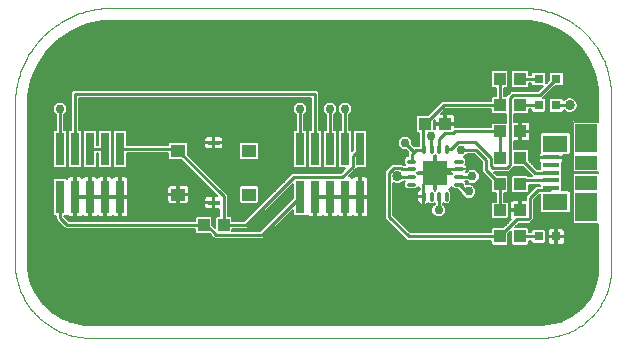
<source format=gtl>
G75*
%MOIN*%
%OFA0B0*%
%FSLAX25Y25*%
%IPPOS*%
%LPD*%
%AMOC8*
5,1,8,0,0,1.08239X$1,22.5*
%
%ADD10C,0.00000*%
%ADD11R,0.03000X0.11000*%
%ADD12R,0.05433X0.01772*%
%ADD13R,0.08268X0.05807*%
%ADD14R,0.07480X0.09350*%
%ADD15R,0.07480X0.04626*%
%ADD16R,0.03937X0.04331*%
%ADD17R,0.04331X0.03937*%
%ADD18C,0.01033*%
%ADD19R,0.08465X0.08465*%
%ADD20R,0.03150X0.03150*%
%ADD21R,0.04724X0.03937*%
%ADD22R,0.04724X0.04331*%
%ADD23R,0.03937X0.01772*%
%ADD24C,0.00600*%
%ADD25C,0.02978*%
%ADD26C,0.01000*%
%ADD27C,0.03372*%
D10*
X0026500Y0001500D02*
X0177172Y0001500D01*
X0177728Y0001507D01*
X0178285Y0001527D01*
X0178840Y0001560D01*
X0179395Y0001608D01*
X0179948Y0001668D01*
X0180499Y0001742D01*
X0181049Y0001829D01*
X0181596Y0001929D01*
X0182141Y0002043D01*
X0182683Y0002169D01*
X0183222Y0002309D01*
X0183757Y0002462D01*
X0184288Y0002627D01*
X0184816Y0002805D01*
X0185338Y0002997D01*
X0185856Y0003200D01*
X0186369Y0003416D01*
X0186876Y0003645D01*
X0187378Y0003885D01*
X0187874Y0004138D01*
X0188364Y0004402D01*
X0188847Y0004679D01*
X0189323Y0004967D01*
X0189792Y0005266D01*
X0190254Y0005577D01*
X0190708Y0005898D01*
X0191154Y0006231D01*
X0191592Y0006574D01*
X0192022Y0006928D01*
X0192443Y0007292D01*
X0192855Y0007666D01*
X0193258Y0008049D01*
X0193652Y0008443D01*
X0194035Y0008846D01*
X0194409Y0009258D01*
X0194773Y0009679D01*
X0195127Y0010109D01*
X0195470Y0010547D01*
X0195803Y0010993D01*
X0196124Y0011447D01*
X0196435Y0011909D01*
X0196734Y0012378D01*
X0197022Y0012854D01*
X0197299Y0013337D01*
X0197563Y0013827D01*
X0197816Y0014323D01*
X0198056Y0014825D01*
X0198285Y0015332D01*
X0198501Y0015845D01*
X0198704Y0016363D01*
X0198896Y0016885D01*
X0199074Y0017413D01*
X0199239Y0017944D01*
X0199392Y0018479D01*
X0199532Y0019018D01*
X0199658Y0019560D01*
X0199772Y0020105D01*
X0199872Y0020652D01*
X0199959Y0021202D01*
X0200033Y0021753D01*
X0200093Y0022306D01*
X0200141Y0022861D01*
X0200174Y0023416D01*
X0200194Y0023973D01*
X0200201Y0024529D01*
X0200201Y0082276D01*
X0200192Y0082981D01*
X0200167Y0083686D01*
X0200124Y0084390D01*
X0200065Y0085093D01*
X0199988Y0085794D01*
X0199895Y0086493D01*
X0199784Y0087189D01*
X0199657Y0087883D01*
X0199513Y0088573D01*
X0199353Y0089260D01*
X0199176Y0089943D01*
X0198982Y0090621D01*
X0198773Y0091294D01*
X0198547Y0091962D01*
X0198305Y0092625D01*
X0198046Y0093281D01*
X0197773Y0093931D01*
X0197483Y0094574D01*
X0197178Y0095210D01*
X0196858Y0095838D01*
X0196523Y0096459D01*
X0196173Y0097071D01*
X0195808Y0097675D01*
X0195429Y0098269D01*
X0195035Y0098854D01*
X0194627Y0099430D01*
X0194206Y0099995D01*
X0193771Y0100551D01*
X0193323Y0101095D01*
X0192862Y0101629D01*
X0192388Y0102151D01*
X0191901Y0102661D01*
X0191402Y0103160D01*
X0190892Y0103647D01*
X0190370Y0104121D01*
X0189836Y0104582D01*
X0189292Y0105030D01*
X0188736Y0105465D01*
X0188171Y0105886D01*
X0187595Y0106294D01*
X0187010Y0106688D01*
X0186416Y0107067D01*
X0185812Y0107432D01*
X0185200Y0107782D01*
X0184579Y0108117D01*
X0183951Y0108437D01*
X0183315Y0108742D01*
X0182672Y0109032D01*
X0182022Y0109305D01*
X0181366Y0109564D01*
X0180703Y0109806D01*
X0180035Y0110032D01*
X0179362Y0110241D01*
X0178684Y0110435D01*
X0178001Y0110612D01*
X0177314Y0110772D01*
X0176624Y0110916D01*
X0175930Y0111043D01*
X0175234Y0111154D01*
X0174535Y0111247D01*
X0173834Y0111324D01*
X0173131Y0111383D01*
X0172427Y0111426D01*
X0171722Y0111451D01*
X0171017Y0111460D01*
X0171017Y0111461D02*
X0033692Y0111461D01*
X0032914Y0111452D01*
X0032137Y0111423D01*
X0031360Y0111376D01*
X0030585Y0111311D01*
X0029812Y0111226D01*
X0029041Y0111123D01*
X0028272Y0111001D01*
X0027507Y0110861D01*
X0026745Y0110703D01*
X0025988Y0110526D01*
X0025235Y0110330D01*
X0024487Y0110117D01*
X0023744Y0109885D01*
X0023007Y0109636D01*
X0022277Y0109369D01*
X0021553Y0109084D01*
X0020836Y0108782D01*
X0020126Y0108463D01*
X0019425Y0108127D01*
X0018732Y0107774D01*
X0018047Y0107404D01*
X0017372Y0107018D01*
X0016706Y0106615D01*
X0016050Y0106197D01*
X0015405Y0105762D01*
X0014770Y0105313D01*
X0014146Y0104848D01*
X0013534Y0104368D01*
X0012933Y0103874D01*
X0012345Y0103365D01*
X0011769Y0102842D01*
X0011206Y0102306D01*
X0010655Y0101755D01*
X0010119Y0101192D01*
X0009596Y0100616D01*
X0009087Y0100028D01*
X0008593Y0099427D01*
X0008113Y0098815D01*
X0007648Y0098191D01*
X0007199Y0097556D01*
X0006764Y0096911D01*
X0006346Y0096255D01*
X0005943Y0095589D01*
X0005557Y0094914D01*
X0005187Y0094229D01*
X0004834Y0093536D01*
X0004498Y0092835D01*
X0004179Y0092125D01*
X0003877Y0091408D01*
X0003592Y0090684D01*
X0003325Y0089954D01*
X0003076Y0089217D01*
X0002844Y0088474D01*
X0002631Y0087726D01*
X0002435Y0086973D01*
X0002258Y0086216D01*
X0002100Y0085454D01*
X0001960Y0084689D01*
X0001838Y0083920D01*
X0001735Y0083149D01*
X0001650Y0082376D01*
X0001585Y0081601D01*
X0001538Y0080824D01*
X0001509Y0080047D01*
X0001500Y0079269D01*
X0001500Y0026500D01*
X0001507Y0025896D01*
X0001529Y0025292D01*
X0001566Y0024689D01*
X0001617Y0024087D01*
X0001682Y0023487D01*
X0001762Y0022888D01*
X0001857Y0022291D01*
X0001966Y0021697D01*
X0002089Y0021105D01*
X0002226Y0020517D01*
X0002378Y0019932D01*
X0002544Y0019351D01*
X0002724Y0018775D01*
X0002917Y0018202D01*
X0003125Y0017635D01*
X0003346Y0017073D01*
X0003580Y0016516D01*
X0003828Y0015965D01*
X0004089Y0015420D01*
X0004364Y0014882D01*
X0004651Y0014350D01*
X0004951Y0013826D01*
X0005263Y0013309D01*
X0005588Y0012800D01*
X0005925Y0012298D01*
X0006275Y0011805D01*
X0006636Y0011321D01*
X0007008Y0010845D01*
X0007392Y0010379D01*
X0007787Y0009922D01*
X0008193Y0009475D01*
X0008610Y0009037D01*
X0009037Y0008610D01*
X0009475Y0008193D01*
X0009922Y0007787D01*
X0010379Y0007392D01*
X0010845Y0007008D01*
X0011321Y0006636D01*
X0011805Y0006275D01*
X0012298Y0005925D01*
X0012800Y0005588D01*
X0013309Y0005263D01*
X0013826Y0004951D01*
X0014350Y0004651D01*
X0014882Y0004364D01*
X0015420Y0004089D01*
X0015965Y0003828D01*
X0016516Y0003580D01*
X0017073Y0003346D01*
X0017635Y0003125D01*
X0018202Y0002917D01*
X0018775Y0002724D01*
X0019351Y0002544D01*
X0019932Y0002378D01*
X0020517Y0002226D01*
X0021105Y0002089D01*
X0021697Y0001966D01*
X0022291Y0001857D01*
X0022888Y0001762D01*
X0023487Y0001682D01*
X0024087Y0001617D01*
X0024689Y0001566D01*
X0025292Y0001529D01*
X0025896Y0001507D01*
X0026500Y0001500D01*
D11*
X0026500Y0048500D03*
X0021500Y0048500D03*
X0016500Y0048500D03*
X0031500Y0048500D03*
X0036500Y0048500D03*
X0036500Y0064500D03*
X0031500Y0064500D03*
X0026500Y0064500D03*
X0021500Y0064500D03*
X0016500Y0064500D03*
X0096500Y0064500D03*
X0101500Y0064500D03*
X0106500Y0064500D03*
X0111500Y0064500D03*
X0116500Y0064500D03*
X0116500Y0048500D03*
X0111500Y0048500D03*
X0106500Y0048500D03*
X0101500Y0048500D03*
X0096500Y0048500D03*
D12*
X0180250Y0051382D03*
X0180250Y0053941D03*
X0180250Y0056500D03*
X0180250Y0059059D03*
X0180250Y0061618D03*
D13*
X0181667Y0066195D03*
X0181667Y0046805D03*
D14*
X0192022Y0045033D03*
X0192022Y0067967D03*
D15*
X0192022Y0059797D03*
X0192022Y0053203D03*
D16*
X0169846Y0052750D03*
X0163154Y0052750D03*
X0163154Y0061500D03*
X0169846Y0061500D03*
X0169846Y0079000D03*
X0163154Y0079000D03*
X0163154Y0087750D03*
X0169846Y0087750D03*
X0169846Y0035250D03*
X0163154Y0035250D03*
X0071096Y0039000D03*
X0064404Y0039000D03*
D17*
X0138154Y0072750D03*
X0144846Y0072750D03*
X0163154Y0070250D03*
X0169846Y0070250D03*
X0169846Y0044000D03*
X0163154Y0044000D03*
D18*
X0150433Y0052834D02*
X0148315Y0052834D01*
X0150433Y0052834D02*
X0150433Y0052488D01*
X0148315Y0052488D01*
X0148315Y0052834D01*
X0148315Y0055393D02*
X0150433Y0055393D01*
X0150433Y0055047D01*
X0148315Y0055047D01*
X0148315Y0055393D01*
X0148315Y0057953D02*
X0150433Y0057953D01*
X0150433Y0057607D01*
X0148315Y0057607D01*
X0148315Y0057953D01*
X0148315Y0060512D02*
X0150433Y0060512D01*
X0150433Y0060166D01*
X0148315Y0060166D01*
X0148315Y0060512D01*
X0145166Y0063315D02*
X0145166Y0065433D01*
X0145512Y0065433D01*
X0145512Y0063315D01*
X0145166Y0063315D01*
X0145166Y0064296D02*
X0145512Y0064296D01*
X0145512Y0065277D02*
X0145166Y0065277D01*
X0142607Y0065433D02*
X0142607Y0063315D01*
X0142607Y0065433D02*
X0142953Y0065433D01*
X0142953Y0063315D01*
X0142607Y0063315D01*
X0142607Y0064296D02*
X0142953Y0064296D01*
X0142953Y0065277D02*
X0142607Y0065277D01*
X0140047Y0065433D02*
X0140047Y0063315D01*
X0140047Y0065433D02*
X0140393Y0065433D01*
X0140393Y0063315D01*
X0140047Y0063315D01*
X0140047Y0064296D02*
X0140393Y0064296D01*
X0140393Y0065277D02*
X0140047Y0065277D01*
X0137488Y0065433D02*
X0137488Y0063315D01*
X0137488Y0065433D02*
X0137834Y0065433D01*
X0137834Y0063315D01*
X0137488Y0063315D01*
X0137488Y0064296D02*
X0137834Y0064296D01*
X0137834Y0065277D02*
X0137488Y0065277D01*
X0134685Y0060166D02*
X0132567Y0060166D01*
X0132567Y0060512D01*
X0134685Y0060512D01*
X0134685Y0060166D01*
X0134685Y0057607D02*
X0132567Y0057607D01*
X0132567Y0057953D01*
X0134685Y0057953D01*
X0134685Y0057607D01*
X0134685Y0055047D02*
X0132567Y0055047D01*
X0132567Y0055393D01*
X0134685Y0055393D01*
X0134685Y0055047D01*
X0134685Y0052488D02*
X0132567Y0052488D01*
X0132567Y0052834D01*
X0134685Y0052834D01*
X0134685Y0052488D01*
X0137834Y0049685D02*
X0137834Y0047567D01*
X0137488Y0047567D01*
X0137488Y0049685D01*
X0137834Y0049685D01*
X0137834Y0048548D02*
X0137488Y0048548D01*
X0137488Y0049529D02*
X0137834Y0049529D01*
X0140393Y0049685D02*
X0140393Y0047567D01*
X0140047Y0047567D01*
X0140047Y0049685D01*
X0140393Y0049685D01*
X0140393Y0048548D02*
X0140047Y0048548D01*
X0140047Y0049529D02*
X0140393Y0049529D01*
X0142953Y0049685D02*
X0142953Y0047567D01*
X0142607Y0047567D01*
X0142607Y0049685D01*
X0142953Y0049685D01*
X0142953Y0048548D02*
X0142607Y0048548D01*
X0142607Y0049529D02*
X0142953Y0049529D01*
X0145512Y0049685D02*
X0145512Y0047567D01*
X0145166Y0047567D01*
X0145166Y0049685D01*
X0145512Y0049685D01*
X0145512Y0048548D02*
X0145166Y0048548D01*
X0145166Y0049529D02*
X0145512Y0049529D01*
D19*
X0141500Y0056500D03*
D20*
X0176047Y0035250D03*
X0181953Y0035250D03*
X0181953Y0079000D03*
X0176047Y0079000D03*
X0176047Y0087750D03*
X0181953Y0087750D03*
D21*
X0055939Y0049217D03*
D22*
X0079561Y0049217D03*
X0079561Y0063783D03*
X0055939Y0063783D03*
D23*
X0067750Y0066441D03*
X0067750Y0046559D03*
D24*
X0016742Y0008244D02*
X0013368Y0010499D01*
X0010499Y0013368D01*
X0008244Y0016742D01*
X0006691Y0020491D01*
X0005900Y0024471D01*
X0005800Y0026500D01*
X0005800Y0079269D01*
X0005934Y0082002D01*
X0007001Y0087365D01*
X0009093Y0092417D01*
X0012131Y0096963D01*
X0015998Y0100829D01*
X0020544Y0103867D01*
X0025595Y0105960D01*
X0030958Y0107026D01*
X0033692Y0107161D01*
X0171017Y0107161D01*
X0173456Y0107041D01*
X0178240Y0106089D01*
X0182747Y0104222D01*
X0186803Y0101512D01*
X0190252Y0098063D01*
X0192962Y0094007D01*
X0194829Y0089500D01*
X0195781Y0084715D01*
X0195901Y0082276D01*
X0195901Y0073542D01*
X0187909Y0073542D01*
X0187381Y0073015D01*
X0187381Y0062919D01*
X0187599Y0062701D01*
X0187381Y0062483D01*
X0187381Y0057111D01*
X0187909Y0056584D01*
X0195901Y0056584D01*
X0195901Y0056416D01*
X0187909Y0056416D01*
X0187381Y0055889D01*
X0187381Y0050517D01*
X0187599Y0050299D01*
X0187381Y0050081D01*
X0187381Y0039985D01*
X0187909Y0039458D01*
X0195901Y0039458D01*
X0195901Y0024529D01*
X0195783Y0022432D01*
X0194850Y0018343D01*
X0193030Y0014564D01*
X0190415Y0011285D01*
X0187136Y0008671D01*
X0183358Y0006851D01*
X0179269Y0005918D01*
X0177172Y0005800D01*
X0026500Y0005800D01*
X0024471Y0005900D01*
X0020491Y0006691D01*
X0016742Y0008244D01*
X0017130Y0008084D02*
X0185917Y0008084D01*
X0187151Y0008682D02*
X0016087Y0008682D01*
X0015191Y0009281D02*
X0187901Y0009281D01*
X0188652Y0009879D02*
X0014295Y0009879D01*
X0013399Y0010478D02*
X0189402Y0010478D01*
X0190153Y0011076D02*
X0012791Y0011076D01*
X0012192Y0011675D02*
X0190726Y0011675D01*
X0191203Y0012273D02*
X0011594Y0012273D01*
X0010995Y0012872D02*
X0191680Y0012872D01*
X0192158Y0013470D02*
X0010430Y0013470D01*
X0010030Y0014069D02*
X0192635Y0014069D01*
X0193080Y0014667D02*
X0009631Y0014667D01*
X0009231Y0015266D02*
X0193368Y0015266D01*
X0193656Y0015864D02*
X0008831Y0015864D01*
X0008431Y0016463D02*
X0193944Y0016463D01*
X0194233Y0017061D02*
X0008112Y0017061D01*
X0007864Y0017660D02*
X0194521Y0017660D01*
X0194809Y0018258D02*
X0007616Y0018258D01*
X0007368Y0018857D02*
X0194967Y0018857D01*
X0195104Y0019455D02*
X0007120Y0019455D01*
X0006872Y0020054D02*
X0195240Y0020054D01*
X0195377Y0020652D02*
X0006659Y0020652D01*
X0006540Y0021251D02*
X0195514Y0021251D01*
X0195650Y0021849D02*
X0006421Y0021849D01*
X0006302Y0022448D02*
X0195784Y0022448D01*
X0195818Y0023046D02*
X0006183Y0023046D01*
X0006064Y0023645D02*
X0195851Y0023645D01*
X0195885Y0024243D02*
X0005945Y0024243D01*
X0005881Y0024842D02*
X0195901Y0024842D01*
X0195901Y0025440D02*
X0005852Y0025440D01*
X0005823Y0026039D02*
X0195901Y0026039D01*
X0195901Y0026637D02*
X0005800Y0026637D01*
X0005800Y0027236D02*
X0195901Y0027236D01*
X0195901Y0027834D02*
X0005800Y0027834D01*
X0005800Y0028433D02*
X0195901Y0028433D01*
X0195901Y0029032D02*
X0005800Y0029032D01*
X0005800Y0029630D02*
X0195901Y0029630D01*
X0195901Y0030229D02*
X0005800Y0030229D01*
X0005800Y0030827D02*
X0195901Y0030827D01*
X0195901Y0031426D02*
X0005800Y0031426D01*
X0005800Y0032024D02*
X0195901Y0032024D01*
X0195901Y0032623D02*
X0184304Y0032623D01*
X0184326Y0032635D02*
X0184568Y0032877D01*
X0184739Y0033173D01*
X0184828Y0033504D01*
X0184828Y0034950D01*
X0182253Y0034950D01*
X0182253Y0035550D01*
X0184828Y0035550D01*
X0184828Y0036996D01*
X0184739Y0037327D01*
X0184568Y0037623D01*
X0184326Y0037865D01*
X0184029Y0038036D01*
X0183699Y0038125D01*
X0182253Y0038125D01*
X0182253Y0035550D01*
X0181653Y0035550D01*
X0181653Y0038125D01*
X0180207Y0038125D01*
X0179876Y0038036D01*
X0179580Y0037865D01*
X0179338Y0037623D01*
X0179167Y0037327D01*
X0179078Y0036996D01*
X0179078Y0035550D01*
X0181653Y0035550D01*
X0181653Y0034950D01*
X0182253Y0034950D01*
X0182253Y0032375D01*
X0183699Y0032375D01*
X0184029Y0032464D01*
X0184326Y0032635D01*
X0184752Y0033221D02*
X0195901Y0033221D01*
X0195901Y0033820D02*
X0184828Y0033820D01*
X0184828Y0034418D02*
X0195901Y0034418D01*
X0195901Y0035017D02*
X0182253Y0035017D01*
X0182253Y0035615D02*
X0181653Y0035615D01*
X0181653Y0035017D02*
X0178522Y0035017D01*
X0179078Y0034950D02*
X0179078Y0033504D01*
X0179167Y0033173D01*
X0179338Y0032877D01*
X0179580Y0032635D01*
X0179876Y0032464D01*
X0180207Y0032375D01*
X0181653Y0032375D01*
X0181653Y0034950D01*
X0179078Y0034950D01*
X0179078Y0034418D02*
X0178522Y0034418D01*
X0178522Y0033820D02*
X0179078Y0033820D01*
X0179154Y0033221D02*
X0178441Y0033221D01*
X0178522Y0033302D02*
X0178522Y0037198D01*
X0177995Y0037725D01*
X0174100Y0037725D01*
X0173572Y0037198D01*
X0173572Y0036650D01*
X0172715Y0036650D01*
X0172715Y0037788D01*
X0172188Y0038315D01*
X0168199Y0038315D01*
X0169415Y0039531D01*
X0173047Y0039531D01*
X0173867Y0040352D01*
X0174512Y0040996D01*
X0174512Y0047513D01*
X0176408Y0049409D01*
X0176633Y0049409D01*
X0176633Y0043529D01*
X0177161Y0043002D01*
X0186174Y0043002D01*
X0186701Y0043529D01*
X0186701Y0050081D01*
X0186174Y0050609D01*
X0183867Y0050609D01*
X0183867Y0052641D01*
X0183846Y0052661D01*
X0183867Y0052682D01*
X0183867Y0055200D01*
X0183846Y0055220D01*
X0183867Y0055241D01*
X0183867Y0057759D01*
X0183846Y0057780D01*
X0183867Y0057800D01*
X0183867Y0059794D01*
X0184007Y0059934D01*
X0184178Y0060230D01*
X0184267Y0060561D01*
X0184267Y0061475D01*
X0180393Y0061475D01*
X0180393Y0061761D01*
X0184267Y0061761D01*
X0184267Y0062391D01*
X0186174Y0062391D01*
X0186701Y0062919D01*
X0186701Y0069471D01*
X0186174Y0069998D01*
X0177161Y0069998D01*
X0176633Y0069471D01*
X0176633Y0063442D01*
X0176493Y0063302D01*
X0176322Y0063006D01*
X0176233Y0062675D01*
X0176233Y0061761D01*
X0180107Y0061761D01*
X0180107Y0061475D01*
X0176233Y0061475D01*
X0176233Y0060561D01*
X0176322Y0060230D01*
X0176493Y0059934D01*
X0176633Y0059794D01*
X0176633Y0057900D01*
X0175426Y0057900D01*
X0172715Y0060611D01*
X0172715Y0064038D01*
X0172188Y0064565D01*
X0167900Y0064565D01*
X0167900Y0066981D01*
X0169546Y0066981D01*
X0169546Y0069950D01*
X0170146Y0069950D01*
X0170146Y0066981D01*
X0172183Y0066981D01*
X0172514Y0067070D01*
X0172810Y0067241D01*
X0173052Y0067483D01*
X0173223Y0067780D01*
X0173312Y0068110D01*
X0173312Y0069950D01*
X0170146Y0069950D01*
X0170146Y0070550D01*
X0169546Y0070550D01*
X0169546Y0073518D01*
X0167900Y0073518D01*
X0167900Y0075935D01*
X0172188Y0075935D01*
X0172715Y0076462D01*
X0172715Y0077600D01*
X0173572Y0077600D01*
X0173572Y0077052D01*
X0174100Y0076525D01*
X0177995Y0076525D01*
X0178522Y0077052D01*
X0178522Y0080948D01*
X0177995Y0081475D01*
X0177657Y0081475D01*
X0177868Y0081685D01*
X0181458Y0085275D01*
X0183900Y0085275D01*
X0184428Y0085802D01*
X0184428Y0089698D01*
X0183900Y0090225D01*
X0180005Y0090225D01*
X0179478Y0089698D01*
X0179478Y0087255D01*
X0178522Y0086299D01*
X0178522Y0089698D01*
X0177995Y0090225D01*
X0174100Y0090225D01*
X0173572Y0089698D01*
X0173572Y0089150D01*
X0172715Y0089150D01*
X0172715Y0090288D01*
X0172188Y0090815D01*
X0167505Y0090815D01*
X0166978Y0090288D01*
X0166978Y0085212D01*
X0167505Y0084685D01*
X0172188Y0084685D01*
X0172715Y0085212D01*
X0172715Y0086350D01*
X0173572Y0086350D01*
X0173572Y0085802D01*
X0174100Y0085275D01*
X0177498Y0085275D01*
X0175888Y0083665D01*
X0166842Y0083665D01*
X0166077Y0082900D01*
X0165920Y0082900D01*
X0165100Y0082080D01*
X0165100Y0082065D01*
X0164554Y0082065D01*
X0164554Y0084685D01*
X0165495Y0084685D01*
X0166022Y0085212D01*
X0166022Y0090288D01*
X0165495Y0090815D01*
X0160812Y0090815D01*
X0160285Y0090288D01*
X0160285Y0085212D01*
X0160812Y0084685D01*
X0161754Y0084685D01*
X0161754Y0082065D01*
X0160812Y0082065D01*
X0160285Y0081538D01*
X0160285Y0080400D01*
X0143824Y0080400D01*
X0139042Y0075618D01*
X0135615Y0075618D01*
X0135088Y0075091D01*
X0135088Y0070409D01*
X0135615Y0069881D01*
X0136261Y0069881D01*
X0136261Y0067040D01*
X0136261Y0067040D01*
X0136261Y0066208D01*
X0136072Y0066019D01*
X0136072Y0065400D01*
X0134670Y0065400D01*
X0134625Y0065355D01*
X0133889Y0066091D01*
X0133889Y0067490D01*
X0132490Y0068889D01*
X0130510Y0068889D01*
X0129111Y0067490D01*
X0129111Y0065510D01*
X0130510Y0064111D01*
X0131909Y0064111D01*
X0132645Y0063375D01*
X0132600Y0063330D01*
X0132600Y0061928D01*
X0131981Y0061928D01*
X0131151Y0061098D01*
X0131151Y0059580D01*
X0131551Y0059180D01*
X0130990Y0059180D01*
X0130734Y0059436D01*
X0127266Y0059436D01*
X0125634Y0057804D01*
X0124814Y0056984D01*
X0124814Y0041206D01*
X0132170Y0033850D01*
X0160285Y0033850D01*
X0160285Y0032712D01*
X0160812Y0032185D01*
X0165495Y0032185D01*
X0166022Y0032712D01*
X0166022Y0036139D01*
X0166978Y0037095D01*
X0166978Y0032712D01*
X0167505Y0032185D01*
X0172188Y0032185D01*
X0172715Y0032712D01*
X0172715Y0033850D01*
X0173572Y0033850D01*
X0173572Y0033302D01*
X0174100Y0032775D01*
X0177995Y0032775D01*
X0178522Y0033302D01*
X0179601Y0032623D02*
X0172626Y0032623D01*
X0172715Y0033221D02*
X0173654Y0033221D01*
X0173572Y0033820D02*
X0172715Y0033820D01*
X0166978Y0033820D02*
X0166022Y0033820D01*
X0166022Y0034418D02*
X0166978Y0034418D01*
X0166978Y0035017D02*
X0166022Y0035017D01*
X0166022Y0035615D02*
X0166978Y0035615D01*
X0166978Y0036214D02*
X0166097Y0036214D01*
X0166696Y0036812D02*
X0166978Y0036812D01*
X0168491Y0038608D02*
X0195901Y0038608D01*
X0195901Y0039206D02*
X0169090Y0039206D01*
X0172494Y0038009D02*
X0179829Y0038009D01*
X0179215Y0037411D02*
X0178309Y0037411D01*
X0178522Y0036812D02*
X0179078Y0036812D01*
X0179078Y0036214D02*
X0178522Y0036214D01*
X0178522Y0035615D02*
X0179078Y0035615D01*
X0181653Y0036214D02*
X0182253Y0036214D01*
X0182253Y0036812D02*
X0181653Y0036812D01*
X0181653Y0037411D02*
X0182253Y0037411D01*
X0182253Y0038009D02*
X0181653Y0038009D01*
X0184076Y0038009D02*
X0195901Y0038009D01*
X0195901Y0037411D02*
X0184690Y0037411D01*
X0184828Y0036812D02*
X0195901Y0036812D01*
X0195901Y0036214D02*
X0184828Y0036214D01*
X0184828Y0035615D02*
X0195901Y0035615D01*
X0187562Y0039805D02*
X0173321Y0039805D01*
X0173919Y0040403D02*
X0187381Y0040403D01*
X0187381Y0041002D02*
X0174512Y0041002D01*
X0174512Y0041600D02*
X0187381Y0041600D01*
X0187381Y0042199D02*
X0174512Y0042199D01*
X0174512Y0042797D02*
X0187381Y0042797D01*
X0187381Y0043396D02*
X0186568Y0043396D01*
X0186701Y0043994D02*
X0187381Y0043994D01*
X0187381Y0044593D02*
X0186701Y0044593D01*
X0186701Y0045191D02*
X0187381Y0045191D01*
X0187381Y0045790D02*
X0186701Y0045790D01*
X0186701Y0046388D02*
X0187381Y0046388D01*
X0187381Y0046987D02*
X0186701Y0046987D01*
X0186701Y0047585D02*
X0187381Y0047585D01*
X0187381Y0048184D02*
X0186701Y0048184D01*
X0186701Y0048782D02*
X0187381Y0048782D01*
X0187381Y0049381D02*
X0186701Y0049381D01*
X0186701Y0049979D02*
X0187381Y0049979D01*
X0187381Y0050578D02*
X0186205Y0050578D01*
X0187381Y0051176D02*
X0183867Y0051176D01*
X0183867Y0051775D02*
X0187381Y0051775D01*
X0187381Y0052373D02*
X0183867Y0052373D01*
X0183867Y0052972D02*
X0187381Y0052972D01*
X0187381Y0053570D02*
X0183867Y0053570D01*
X0183867Y0054169D02*
X0187381Y0054169D01*
X0187381Y0054768D02*
X0183867Y0054768D01*
X0183867Y0055366D02*
X0187381Y0055366D01*
X0187457Y0055965D02*
X0183867Y0055965D01*
X0183867Y0056563D02*
X0195901Y0056563D01*
X0187381Y0057162D02*
X0183867Y0057162D01*
X0183865Y0057760D02*
X0187381Y0057760D01*
X0187381Y0058359D02*
X0183867Y0058359D01*
X0183867Y0058957D02*
X0187381Y0058957D01*
X0187381Y0059556D02*
X0183867Y0059556D01*
X0184134Y0060154D02*
X0187381Y0060154D01*
X0187381Y0060753D02*
X0184267Y0060753D01*
X0184267Y0061351D02*
X0187381Y0061351D01*
X0187381Y0061950D02*
X0184267Y0061950D01*
X0186331Y0062548D02*
X0187447Y0062548D01*
X0187381Y0063147D02*
X0186701Y0063147D01*
X0186701Y0063745D02*
X0187381Y0063745D01*
X0187381Y0064344D02*
X0186701Y0064344D01*
X0186701Y0064942D02*
X0187381Y0064942D01*
X0187381Y0065541D02*
X0186701Y0065541D01*
X0186701Y0066139D02*
X0187381Y0066139D01*
X0187381Y0066738D02*
X0186701Y0066738D01*
X0186701Y0067336D02*
X0187381Y0067336D01*
X0187381Y0067935D02*
X0186701Y0067935D01*
X0186701Y0068533D02*
X0187381Y0068533D01*
X0187381Y0069132D02*
X0186701Y0069132D01*
X0186442Y0069730D02*
X0187381Y0069730D01*
X0187381Y0070329D02*
X0170146Y0070329D01*
X0170146Y0070550D02*
X0173312Y0070550D01*
X0173312Y0072390D01*
X0173223Y0072720D01*
X0173052Y0073017D01*
X0172810Y0073259D01*
X0172514Y0073430D01*
X0172183Y0073518D01*
X0170146Y0073518D01*
X0170146Y0070550D01*
X0170146Y0070927D02*
X0169546Y0070927D01*
X0169546Y0071526D02*
X0170146Y0071526D01*
X0170146Y0072124D02*
X0169546Y0072124D01*
X0169546Y0072723D02*
X0170146Y0072723D01*
X0170146Y0073321D02*
X0169546Y0073321D01*
X0167900Y0073920D02*
X0195901Y0073920D01*
X0195901Y0074518D02*
X0167900Y0074518D01*
X0167900Y0075117D02*
X0195901Y0075117D01*
X0195901Y0075715D02*
X0167900Y0075715D01*
X0165100Y0075715D02*
X0147853Y0075715D01*
X0147810Y0075759D02*
X0147514Y0075930D01*
X0147183Y0076018D01*
X0145146Y0076018D01*
X0145146Y0073050D01*
X0144546Y0073050D01*
X0144546Y0072450D01*
X0141381Y0072450D01*
X0141381Y0070940D01*
X0141240Y0071081D01*
X0141219Y0071081D01*
X0141219Y0073835D01*
X0141381Y0073998D01*
X0141381Y0073050D01*
X0144546Y0073050D01*
X0144546Y0076018D01*
X0143402Y0076018D01*
X0144983Y0077600D01*
X0160285Y0077600D01*
X0160285Y0076462D01*
X0160812Y0075935D01*
X0165100Y0075935D01*
X0165100Y0073118D01*
X0160615Y0073118D01*
X0160088Y0072591D01*
X0160088Y0071650D01*
X0148312Y0071650D01*
X0148312Y0072450D01*
X0145146Y0072450D01*
X0145146Y0073050D01*
X0148312Y0073050D01*
X0148312Y0074890D01*
X0148223Y0075220D01*
X0148052Y0075517D01*
X0147810Y0075759D01*
X0148251Y0075117D02*
X0165100Y0075117D01*
X0165100Y0074518D02*
X0148312Y0074518D01*
X0148312Y0073920D02*
X0165100Y0073920D01*
X0165100Y0073321D02*
X0148312Y0073321D01*
X0148312Y0072124D02*
X0160088Y0072124D01*
X0160220Y0072723D02*
X0145146Y0072723D01*
X0145146Y0073321D02*
X0144546Y0073321D01*
X0144546Y0072723D02*
X0141219Y0072723D01*
X0141219Y0073321D02*
X0141381Y0073321D01*
X0141381Y0073920D02*
X0141303Y0073920D01*
X0144546Y0073920D02*
X0145146Y0073920D01*
X0145146Y0074518D02*
X0144546Y0074518D01*
X0144546Y0075117D02*
X0145146Y0075117D01*
X0145146Y0075715D02*
X0144546Y0075715D01*
X0143697Y0076314D02*
X0160433Y0076314D01*
X0160285Y0076912D02*
X0144296Y0076912D01*
X0144894Y0077511D02*
X0160285Y0077511D01*
X0160285Y0080503D02*
X0102900Y0080503D01*
X0102900Y0079905D02*
X0105276Y0079905D01*
X0105510Y0080139D02*
X0104111Y0078740D01*
X0104111Y0076760D01*
X0105100Y0075771D01*
X0105100Y0070900D01*
X0104627Y0070900D01*
X0104100Y0070373D01*
X0104100Y0058627D01*
X0104627Y0058100D01*
X0108373Y0058100D01*
X0108900Y0058627D01*
X0108900Y0070373D01*
X0108373Y0070900D01*
X0107900Y0070900D01*
X0107900Y0075771D01*
X0108889Y0076760D01*
X0108889Y0078740D01*
X0107490Y0080139D01*
X0105510Y0080139D01*
X0104678Y0079306D02*
X0102900Y0079306D01*
X0102900Y0078708D02*
X0104111Y0078708D01*
X0104111Y0078109D02*
X0102900Y0078109D01*
X0102900Y0077511D02*
X0104111Y0077511D01*
X0104111Y0076912D02*
X0102900Y0076912D01*
X0102900Y0076314D02*
X0104558Y0076314D01*
X0105100Y0075715D02*
X0102900Y0075715D01*
X0102900Y0075117D02*
X0105100Y0075117D01*
X0105100Y0074518D02*
X0102900Y0074518D01*
X0102900Y0073920D02*
X0105100Y0073920D01*
X0105100Y0073321D02*
X0102900Y0073321D01*
X0102900Y0072723D02*
X0105100Y0072723D01*
X0105100Y0072124D02*
X0102900Y0072124D01*
X0102900Y0071526D02*
X0105100Y0071526D01*
X0105100Y0070927D02*
X0102900Y0070927D01*
X0102900Y0070900D02*
X0102900Y0083330D01*
X0102080Y0084150D01*
X0020920Y0084150D01*
X0020100Y0083330D01*
X0020100Y0070900D01*
X0019627Y0070900D01*
X0019100Y0070373D01*
X0019100Y0058627D01*
X0019627Y0058100D01*
X0023373Y0058100D01*
X0023900Y0058627D01*
X0023900Y0070373D01*
X0023373Y0070900D01*
X0022900Y0070900D01*
X0022900Y0081350D01*
X0100100Y0081350D01*
X0100100Y0070900D01*
X0099627Y0070900D01*
X0099100Y0070373D01*
X0099100Y0058627D01*
X0099627Y0058100D01*
X0103373Y0058100D01*
X0103900Y0058627D01*
X0103900Y0070373D01*
X0103373Y0070900D01*
X0102900Y0070900D01*
X0103900Y0070329D02*
X0104100Y0070329D01*
X0104100Y0069730D02*
X0103900Y0069730D01*
X0103900Y0069132D02*
X0104100Y0069132D01*
X0104100Y0068533D02*
X0103900Y0068533D01*
X0103900Y0067935D02*
X0104100Y0067935D01*
X0104100Y0067336D02*
X0103900Y0067336D01*
X0103900Y0066738D02*
X0104100Y0066738D01*
X0104100Y0066139D02*
X0103900Y0066139D01*
X0103900Y0065541D02*
X0104100Y0065541D01*
X0104100Y0064942D02*
X0103900Y0064942D01*
X0103900Y0064344D02*
X0104100Y0064344D01*
X0104100Y0063745D02*
X0103900Y0063745D01*
X0103900Y0063147D02*
X0104100Y0063147D01*
X0104100Y0062548D02*
X0103900Y0062548D01*
X0103900Y0061950D02*
X0104100Y0061950D01*
X0104100Y0061351D02*
X0103900Y0061351D01*
X0103900Y0060753D02*
X0104100Y0060753D01*
X0104100Y0060154D02*
X0103900Y0060154D01*
X0103900Y0059556D02*
X0104100Y0059556D01*
X0104100Y0058957D02*
X0103900Y0058957D01*
X0103631Y0058359D02*
X0104369Y0058359D01*
X0108631Y0058359D02*
X0109369Y0058359D01*
X0109627Y0058100D02*
X0111676Y0058100D01*
X0110076Y0056500D01*
X0093964Y0056500D01*
X0093144Y0055680D01*
X0077864Y0040400D01*
X0073965Y0040400D01*
X0073965Y0041538D01*
X0073438Y0042065D01*
X0072496Y0042065D01*
X0072496Y0049206D01*
X0059201Y0062501D01*
X0059201Y0066322D01*
X0058674Y0066849D01*
X0053204Y0066849D01*
X0052677Y0066322D01*
X0052677Y0065900D01*
X0038900Y0065900D01*
X0038900Y0070373D01*
X0038373Y0070900D01*
X0034627Y0070900D01*
X0034100Y0070373D01*
X0034100Y0058627D01*
X0034627Y0058100D01*
X0038373Y0058100D01*
X0038900Y0058627D01*
X0038900Y0063100D01*
X0052677Y0063100D01*
X0052677Y0061245D01*
X0053204Y0060718D01*
X0057024Y0060718D01*
X0068998Y0048745D01*
X0067893Y0048745D01*
X0067893Y0046702D01*
X0067607Y0046702D01*
X0067607Y0046416D01*
X0067893Y0046416D01*
X0067893Y0044373D01*
X0069696Y0044373D01*
X0069696Y0042065D01*
X0068755Y0042065D01*
X0068228Y0041538D01*
X0068228Y0038159D01*
X0067272Y0039115D01*
X0067272Y0041538D01*
X0066745Y0042065D01*
X0062062Y0042065D01*
X0061535Y0041538D01*
X0061535Y0040400D01*
X0019580Y0040400D01*
X0017900Y0042080D01*
X0017900Y0042100D01*
X0018373Y0042100D01*
X0018785Y0042512D01*
X0018789Y0042498D01*
X0018960Y0042202D01*
X0019202Y0041960D01*
X0019498Y0041789D01*
X0019829Y0041700D01*
X0021200Y0041700D01*
X0021200Y0048200D01*
X0021800Y0048200D01*
X0021800Y0048800D01*
X0021200Y0048800D01*
X0021200Y0055300D01*
X0019829Y0055300D01*
X0019498Y0055211D01*
X0019202Y0055040D01*
X0018960Y0054798D01*
X0018789Y0054502D01*
X0018785Y0054488D01*
X0018373Y0054900D01*
X0014627Y0054900D01*
X0014100Y0054373D01*
X0014100Y0042627D01*
X0014627Y0042100D01*
X0015100Y0042100D01*
X0015100Y0040920D01*
X0015920Y0040100D01*
X0015920Y0040100D01*
X0017600Y0038420D01*
X0018420Y0037600D01*
X0061535Y0037600D01*
X0061535Y0036462D01*
X0062062Y0035935D01*
X0066492Y0035935D01*
X0067272Y0035155D01*
X0068092Y0034335D01*
X0084315Y0034335D01*
X0094100Y0044120D01*
X0094100Y0042627D01*
X0094627Y0042100D01*
X0098373Y0042100D01*
X0098785Y0042512D01*
X0098789Y0042498D01*
X0098960Y0042202D01*
X0099202Y0041960D01*
X0099498Y0041789D01*
X0099829Y0041700D01*
X0101200Y0041700D01*
X0101200Y0048200D01*
X0101800Y0048200D01*
X0101800Y0048800D01*
X0106200Y0048800D01*
X0106200Y0048200D01*
X0106800Y0048200D01*
X0106800Y0048800D01*
X0111200Y0048800D01*
X0111200Y0048200D01*
X0111800Y0048200D01*
X0111800Y0048800D01*
X0116200Y0048800D01*
X0116200Y0055300D01*
X0114829Y0055300D01*
X0114498Y0055211D01*
X0114202Y0055040D01*
X0114000Y0054838D01*
X0113798Y0055040D01*
X0113502Y0055211D01*
X0113171Y0055300D01*
X0112836Y0055300D01*
X0115500Y0057964D01*
X0115500Y0058100D01*
X0118373Y0058100D01*
X0118900Y0058627D01*
X0118900Y0070373D01*
X0118373Y0070900D01*
X0114627Y0070900D01*
X0114100Y0070373D01*
X0114100Y0064080D01*
X0113900Y0063880D01*
X0113900Y0070373D01*
X0113373Y0070900D01*
X0112900Y0070900D01*
X0112900Y0075771D01*
X0113889Y0076760D01*
X0113889Y0078740D01*
X0112490Y0080139D01*
X0110510Y0080139D01*
X0109111Y0078740D01*
X0109111Y0076760D01*
X0110100Y0075771D01*
X0110100Y0070900D01*
X0109627Y0070900D01*
X0109100Y0070373D01*
X0109100Y0058627D01*
X0109627Y0058100D01*
X0109100Y0058957D02*
X0108900Y0058957D01*
X0108900Y0059556D02*
X0109100Y0059556D01*
X0109100Y0060154D02*
X0108900Y0060154D01*
X0108900Y0060753D02*
X0109100Y0060753D01*
X0109100Y0061351D02*
X0108900Y0061351D01*
X0108900Y0061950D02*
X0109100Y0061950D01*
X0109100Y0062548D02*
X0108900Y0062548D01*
X0108900Y0063147D02*
X0109100Y0063147D01*
X0109100Y0063745D02*
X0108900Y0063745D01*
X0108900Y0064344D02*
X0109100Y0064344D01*
X0109100Y0064942D02*
X0108900Y0064942D01*
X0108900Y0065541D02*
X0109100Y0065541D01*
X0109100Y0066139D02*
X0108900Y0066139D01*
X0108900Y0066738D02*
X0109100Y0066738D01*
X0109100Y0067336D02*
X0108900Y0067336D01*
X0108900Y0067935D02*
X0109100Y0067935D01*
X0109100Y0068533D02*
X0108900Y0068533D01*
X0108900Y0069132D02*
X0109100Y0069132D01*
X0109100Y0069730D02*
X0108900Y0069730D01*
X0108900Y0070329D02*
X0109100Y0070329D01*
X0110100Y0070927D02*
X0107900Y0070927D01*
X0107900Y0071526D02*
X0110100Y0071526D01*
X0110100Y0072124D02*
X0107900Y0072124D01*
X0107900Y0072723D02*
X0110100Y0072723D01*
X0110100Y0073321D02*
X0107900Y0073321D01*
X0107900Y0073920D02*
X0110100Y0073920D01*
X0110100Y0074518D02*
X0107900Y0074518D01*
X0107900Y0075117D02*
X0110100Y0075117D01*
X0110100Y0075715D02*
X0107900Y0075715D01*
X0108442Y0076314D02*
X0109558Y0076314D01*
X0109111Y0076912D02*
X0108889Y0076912D01*
X0108889Y0077511D02*
X0109111Y0077511D01*
X0109111Y0078109D02*
X0108889Y0078109D01*
X0108889Y0078708D02*
X0109111Y0078708D01*
X0109678Y0079306D02*
X0108322Y0079306D01*
X0107724Y0079905D02*
X0110276Y0079905D01*
X0112724Y0079905D02*
X0143329Y0079905D01*
X0142730Y0079306D02*
X0113322Y0079306D01*
X0113889Y0078708D02*
X0142132Y0078708D01*
X0141533Y0078109D02*
X0113889Y0078109D01*
X0113889Y0077511D02*
X0140935Y0077511D01*
X0140336Y0076912D02*
X0113889Y0076912D01*
X0113442Y0076314D02*
X0139738Y0076314D01*
X0139139Y0075715D02*
X0112900Y0075715D01*
X0112900Y0075117D02*
X0135114Y0075117D01*
X0135088Y0074518D02*
X0112900Y0074518D01*
X0112900Y0073920D02*
X0135088Y0073920D01*
X0135088Y0073321D02*
X0112900Y0073321D01*
X0112900Y0072723D02*
X0135088Y0072723D01*
X0135088Y0072124D02*
X0112900Y0072124D01*
X0112900Y0071526D02*
X0135088Y0071526D01*
X0135088Y0070927D02*
X0112900Y0070927D01*
X0113900Y0070329D02*
X0114100Y0070329D01*
X0114100Y0069730D02*
X0113900Y0069730D01*
X0113900Y0069132D02*
X0114100Y0069132D01*
X0114100Y0068533D02*
X0113900Y0068533D01*
X0113900Y0067935D02*
X0114100Y0067935D01*
X0114100Y0067336D02*
X0113900Y0067336D01*
X0113900Y0066738D02*
X0114100Y0066738D01*
X0114100Y0066139D02*
X0113900Y0066139D01*
X0113900Y0065541D02*
X0114100Y0065541D01*
X0114100Y0064942D02*
X0113900Y0064942D01*
X0113900Y0064344D02*
X0114100Y0064344D01*
X0118900Y0064344D02*
X0130278Y0064344D01*
X0129679Y0064942D02*
X0118900Y0064942D01*
X0118900Y0065541D02*
X0129111Y0065541D01*
X0129111Y0066139D02*
X0118900Y0066139D01*
X0118900Y0066738D02*
X0129111Y0066738D01*
X0129111Y0067336D02*
X0118900Y0067336D01*
X0118900Y0067935D02*
X0129556Y0067935D01*
X0130155Y0068533D02*
X0118900Y0068533D01*
X0118900Y0069132D02*
X0136261Y0069132D01*
X0136261Y0069730D02*
X0118900Y0069730D01*
X0118900Y0070329D02*
X0135168Y0070329D01*
X0136261Y0068533D02*
X0132845Y0068533D01*
X0133444Y0067935D02*
X0136261Y0067935D01*
X0136261Y0067336D02*
X0133889Y0067336D01*
X0133889Y0066738D02*
X0136261Y0066738D01*
X0136193Y0066139D02*
X0133889Y0066139D01*
X0134439Y0065541D02*
X0136072Y0065541D01*
X0132275Y0063745D02*
X0118900Y0063745D01*
X0118900Y0063147D02*
X0132600Y0063147D01*
X0132600Y0062548D02*
X0118900Y0062548D01*
X0118900Y0061950D02*
X0132600Y0061950D01*
X0131405Y0061351D02*
X0118900Y0061351D01*
X0118900Y0060753D02*
X0131151Y0060753D01*
X0131151Y0060154D02*
X0118900Y0060154D01*
X0118900Y0059556D02*
X0131175Y0059556D01*
X0126787Y0058957D02*
X0118900Y0058957D01*
X0118631Y0058359D02*
X0126189Y0058359D01*
X0125590Y0057760D02*
X0115296Y0057760D01*
X0114697Y0057162D02*
X0124992Y0057162D01*
X0124814Y0056563D02*
X0114099Y0056563D01*
X0113500Y0055965D02*
X0124814Y0055965D01*
X0124814Y0055366D02*
X0112902Y0055366D01*
X0110737Y0057162D02*
X0064541Y0057162D01*
X0063942Y0057760D02*
X0111336Y0057760D01*
X0110139Y0056563D02*
X0065139Y0056563D01*
X0065738Y0055965D02*
X0093429Y0055965D01*
X0092830Y0055366D02*
X0066336Y0055366D01*
X0066935Y0054768D02*
X0092232Y0054768D01*
X0091633Y0054169D02*
X0067533Y0054169D01*
X0068132Y0053570D02*
X0091035Y0053570D01*
X0090436Y0052972D02*
X0068730Y0052972D01*
X0069329Y0052373D02*
X0089838Y0052373D01*
X0089239Y0051775D02*
X0082803Y0051775D01*
X0082823Y0051755D02*
X0082296Y0052282D01*
X0076826Y0052282D01*
X0076299Y0051755D01*
X0076299Y0046678D01*
X0076826Y0046151D01*
X0082296Y0046151D01*
X0082823Y0046678D01*
X0082823Y0051755D01*
X0082823Y0051176D02*
X0088641Y0051176D01*
X0088042Y0050578D02*
X0082823Y0050578D01*
X0082823Y0049979D02*
X0087444Y0049979D01*
X0086845Y0049381D02*
X0082823Y0049381D01*
X0082823Y0048782D02*
X0086247Y0048782D01*
X0085648Y0048184D02*
X0082823Y0048184D01*
X0082823Y0047585D02*
X0085050Y0047585D01*
X0084451Y0046987D02*
X0082823Y0046987D01*
X0082533Y0046388D02*
X0083853Y0046388D01*
X0083254Y0045790D02*
X0072496Y0045790D01*
X0072496Y0046388D02*
X0076589Y0046388D01*
X0076299Y0046987D02*
X0072496Y0046987D01*
X0072496Y0047585D02*
X0076299Y0047585D01*
X0076299Y0048184D02*
X0072496Y0048184D01*
X0072496Y0048782D02*
X0076299Y0048782D01*
X0076299Y0049381D02*
X0072321Y0049381D01*
X0071723Y0049979D02*
X0076299Y0049979D01*
X0076299Y0050578D02*
X0071124Y0050578D01*
X0070526Y0051176D02*
X0076299Y0051176D01*
X0076319Y0051775D02*
X0069927Y0051775D01*
X0067763Y0049979D02*
X0059601Y0049979D01*
X0059601Y0049516D02*
X0059601Y0051356D01*
X0059513Y0051687D01*
X0059341Y0051983D01*
X0059099Y0052225D01*
X0058803Y0052396D01*
X0058472Y0052485D01*
X0056239Y0052485D01*
X0056239Y0049517D01*
X0055639Y0049517D01*
X0055639Y0052485D01*
X0053406Y0052485D01*
X0053075Y0052396D01*
X0052779Y0052225D01*
X0052537Y0051983D01*
X0052365Y0051687D01*
X0052277Y0051356D01*
X0052277Y0049516D01*
X0055639Y0049516D01*
X0055639Y0048917D01*
X0052277Y0048917D01*
X0052277Y0047077D01*
X0052365Y0046746D01*
X0052537Y0046450D01*
X0052779Y0046208D01*
X0053075Y0046037D01*
X0053406Y0045948D01*
X0055639Y0045948D01*
X0055639Y0048916D01*
X0056239Y0048916D01*
X0056239Y0045948D01*
X0058472Y0045948D01*
X0058803Y0046037D01*
X0059099Y0046208D01*
X0059341Y0046450D01*
X0059513Y0046746D01*
X0059601Y0047077D01*
X0059601Y0048917D01*
X0056239Y0048917D01*
X0056239Y0049516D01*
X0059601Y0049516D01*
X0059601Y0048782D02*
X0068960Y0048782D01*
X0068362Y0049381D02*
X0056239Y0049381D01*
X0056239Y0049979D02*
X0055639Y0049979D01*
X0055639Y0049381D02*
X0039300Y0049381D01*
X0039300Y0048800D02*
X0039300Y0054171D01*
X0039211Y0054502D01*
X0039040Y0054798D01*
X0038798Y0055040D01*
X0038502Y0055211D01*
X0038171Y0055300D01*
X0036800Y0055300D01*
X0036800Y0048800D01*
X0036200Y0048800D01*
X0036200Y0055300D01*
X0034829Y0055300D01*
X0034498Y0055211D01*
X0034202Y0055040D01*
X0034000Y0054838D01*
X0033798Y0055040D01*
X0033502Y0055211D01*
X0033171Y0055300D01*
X0031800Y0055300D01*
X0031800Y0048800D01*
X0031200Y0048800D01*
X0031200Y0055300D01*
X0029829Y0055300D01*
X0029498Y0055211D01*
X0029202Y0055040D01*
X0029000Y0054838D01*
X0028798Y0055040D01*
X0028502Y0055211D01*
X0028171Y0055300D01*
X0026800Y0055300D01*
X0026800Y0048800D01*
X0026200Y0048800D01*
X0026200Y0055300D01*
X0024829Y0055300D01*
X0024498Y0055211D01*
X0024202Y0055040D01*
X0024000Y0054838D01*
X0023798Y0055040D01*
X0023502Y0055211D01*
X0023171Y0055300D01*
X0021800Y0055300D01*
X0021800Y0048800D01*
X0026200Y0048800D01*
X0026200Y0048200D01*
X0026800Y0048200D01*
X0026800Y0048800D01*
X0031200Y0048800D01*
X0031200Y0048200D01*
X0031800Y0048200D01*
X0031800Y0048800D01*
X0036200Y0048800D01*
X0036200Y0048200D01*
X0036800Y0048200D01*
X0036800Y0048800D01*
X0039300Y0048800D01*
X0039300Y0048200D02*
X0036800Y0048200D01*
X0036800Y0041700D01*
X0038171Y0041700D01*
X0038502Y0041789D01*
X0038798Y0041960D01*
X0039040Y0042202D01*
X0039211Y0042498D01*
X0039300Y0042829D01*
X0039300Y0048200D01*
X0039300Y0048184D02*
X0052277Y0048184D01*
X0052277Y0048782D02*
X0036800Y0048782D01*
X0036800Y0048184D02*
X0036200Y0048184D01*
X0036200Y0048200D02*
X0036200Y0041700D01*
X0034829Y0041700D01*
X0034498Y0041789D01*
X0034202Y0041960D01*
X0034000Y0042162D01*
X0033798Y0041960D01*
X0033502Y0041789D01*
X0033171Y0041700D01*
X0031800Y0041700D01*
X0031800Y0048200D01*
X0033700Y0048200D01*
X0036200Y0048200D01*
X0036200Y0048782D02*
X0031800Y0048782D01*
X0031800Y0048184D02*
X0031200Y0048184D01*
X0031200Y0048200D02*
X0031200Y0041700D01*
X0029829Y0041700D01*
X0029498Y0041789D01*
X0029202Y0041960D01*
X0029000Y0042162D01*
X0028798Y0041960D01*
X0028502Y0041789D01*
X0028171Y0041700D01*
X0026800Y0041700D01*
X0026800Y0048200D01*
X0028700Y0048200D01*
X0031200Y0048200D01*
X0031200Y0048782D02*
X0026800Y0048782D01*
X0026800Y0048184D02*
X0026200Y0048184D01*
X0026200Y0048200D02*
X0026200Y0041700D01*
X0024829Y0041700D01*
X0024498Y0041789D01*
X0024202Y0041960D01*
X0024000Y0042162D01*
X0023798Y0041960D01*
X0023502Y0041789D01*
X0023171Y0041700D01*
X0021800Y0041700D01*
X0021800Y0048200D01*
X0023700Y0048200D01*
X0026200Y0048200D01*
X0026200Y0048782D02*
X0021800Y0048782D01*
X0021800Y0048184D02*
X0021200Y0048184D01*
X0021200Y0047585D02*
X0021800Y0047585D01*
X0021800Y0046987D02*
X0021200Y0046987D01*
X0021200Y0046388D02*
X0021800Y0046388D01*
X0021800Y0045790D02*
X0021200Y0045790D01*
X0021200Y0045191D02*
X0021800Y0045191D01*
X0021800Y0044593D02*
X0021200Y0044593D01*
X0021200Y0043994D02*
X0021800Y0043994D01*
X0021800Y0043396D02*
X0021200Y0043396D01*
X0021200Y0042797D02*
X0021800Y0042797D01*
X0021800Y0042199D02*
X0021200Y0042199D01*
X0018978Y0041002D02*
X0061535Y0041002D01*
X0061535Y0040403D02*
X0019577Y0040403D01*
X0018380Y0041600D02*
X0061597Y0041600D01*
X0067210Y0041600D02*
X0068290Y0041600D01*
X0068228Y0041002D02*
X0067272Y0041002D01*
X0067272Y0040403D02*
X0068228Y0040403D01*
X0068228Y0039805D02*
X0067272Y0039805D01*
X0067272Y0039206D02*
X0068228Y0039206D01*
X0068228Y0038608D02*
X0067779Y0038608D01*
X0066812Y0035615D02*
X0005800Y0035615D01*
X0005800Y0035017D02*
X0067410Y0035017D01*
X0068009Y0034418D02*
X0005800Y0034418D01*
X0005800Y0033820D02*
X0160285Y0033820D01*
X0160285Y0033221D02*
X0005800Y0033221D01*
X0005800Y0032623D02*
X0160374Y0032623D01*
X0165933Y0032623D02*
X0167067Y0032623D01*
X0166978Y0033221D02*
X0166022Y0033221D01*
X0160285Y0036650D02*
X0133330Y0036650D01*
X0127614Y0042366D01*
X0127614Y0053025D01*
X0128486Y0052664D01*
X0129514Y0052664D01*
X0130465Y0053058D01*
X0131192Y0053785D01*
X0131207Y0053820D01*
X0131551Y0053820D01*
X0131151Y0053420D01*
X0131151Y0051902D01*
X0131981Y0051072D01*
X0135271Y0051072D01*
X0136037Y0051838D01*
X0136056Y0051766D01*
X0136227Y0051469D01*
X0136469Y0051227D01*
X0136499Y0051210D01*
X0136374Y0051138D01*
X0136035Y0050800D01*
X0135796Y0050385D01*
X0135672Y0049923D01*
X0135672Y0048670D01*
X0137617Y0048670D01*
X0137617Y0048581D01*
X0137706Y0048581D01*
X0137706Y0045751D01*
X0138073Y0045751D01*
X0138535Y0045875D01*
X0138949Y0046114D01*
X0139224Y0046389D01*
X0139461Y0046151D01*
X0140980Y0046151D01*
X0141380Y0046551D01*
X0141380Y0046008D01*
X0140361Y0044990D01*
X0140361Y0043010D01*
X0141760Y0041611D01*
X0143740Y0041611D01*
X0145139Y0043010D01*
X0145139Y0044990D01*
X0144180Y0045949D01*
X0144180Y0046551D01*
X0144580Y0046151D01*
X0146098Y0046151D01*
X0146928Y0046981D01*
X0146928Y0050271D01*
X0146162Y0051037D01*
X0146234Y0051056D01*
X0146530Y0051227D01*
X0146773Y0051469D01*
X0146944Y0051766D01*
X0146963Y0051838D01*
X0147729Y0051072D01*
X0148983Y0051072D01*
X0150361Y0049695D01*
X0150361Y0049260D01*
X0151760Y0047861D01*
X0153740Y0047861D01*
X0155139Y0049260D01*
X0155139Y0051240D01*
X0153740Y0052639D01*
X0151849Y0052639D01*
X0151849Y0053420D01*
X0151449Y0053820D01*
X0152051Y0053820D01*
X0153010Y0052861D01*
X0154990Y0052861D01*
X0156389Y0054260D01*
X0156389Y0056240D01*
X0154990Y0057639D01*
X0153010Y0057639D01*
X0151992Y0056620D01*
X0151960Y0056620D01*
X0152125Y0056906D01*
X0152249Y0057368D01*
X0152249Y0057735D01*
X0149419Y0057735D01*
X0149419Y0057824D01*
X0152249Y0057824D01*
X0152249Y0058191D01*
X0152125Y0058653D01*
X0151886Y0059067D01*
X0151611Y0059342D01*
X0151849Y0059580D01*
X0151849Y0061098D01*
X0151287Y0061659D01*
X0152229Y0062600D01*
X0154670Y0062600D01*
X0157085Y0060185D01*
X0157085Y0056839D01*
X0157905Y0056019D01*
X0160285Y0053639D01*
X0160285Y0050212D01*
X0160812Y0049685D01*
X0161754Y0049685D01*
X0161754Y0046868D01*
X0160615Y0046868D01*
X0160088Y0046341D01*
X0160088Y0041659D01*
X0160615Y0041131D01*
X0165692Y0041131D01*
X0166219Y0041659D01*
X0166219Y0046341D01*
X0165692Y0046868D01*
X0164554Y0046868D01*
X0164554Y0049685D01*
X0165495Y0049685D01*
X0166022Y0050212D01*
X0166022Y0055288D01*
X0165495Y0055815D01*
X0162068Y0055815D01*
X0161049Y0056835D01*
X0166158Y0056835D01*
X0167080Y0057757D01*
X0167758Y0058435D01*
X0170932Y0058435D01*
X0174026Y0055341D01*
X0172662Y0055341D01*
X0172188Y0055815D01*
X0167505Y0055815D01*
X0166978Y0055288D01*
X0166978Y0050212D01*
X0167505Y0049685D01*
X0172188Y0049685D01*
X0172715Y0050212D01*
X0172715Y0052541D01*
X0176633Y0052541D01*
X0176633Y0052209D01*
X0175248Y0052209D01*
X0172532Y0049493D01*
X0171712Y0048673D01*
X0171712Y0047268D01*
X0170146Y0047268D01*
X0170146Y0044300D01*
X0169546Y0044300D01*
X0169546Y0043700D01*
X0166381Y0043700D01*
X0166381Y0041860D01*
X0166470Y0041530D01*
X0166641Y0041233D01*
X0166883Y0040991D01*
X0166903Y0040980D01*
X0164239Y0038315D01*
X0160812Y0038315D01*
X0160285Y0037788D01*
X0160285Y0036650D01*
X0160285Y0036812D02*
X0133168Y0036812D01*
X0132569Y0037411D02*
X0160285Y0037411D01*
X0160506Y0038009D02*
X0131971Y0038009D01*
X0131372Y0038608D02*
X0164531Y0038608D01*
X0165130Y0039206D02*
X0130774Y0039206D01*
X0130175Y0039805D02*
X0165728Y0039805D01*
X0166327Y0040403D02*
X0129577Y0040403D01*
X0128978Y0041002D02*
X0166872Y0041002D01*
X0166451Y0041600D02*
X0166160Y0041600D01*
X0166219Y0042199D02*
X0166381Y0042199D01*
X0166381Y0042797D02*
X0166219Y0042797D01*
X0166219Y0043396D02*
X0166381Y0043396D01*
X0166219Y0043994D02*
X0169546Y0043994D01*
X0169546Y0044300D02*
X0166381Y0044300D01*
X0166381Y0046140D01*
X0166470Y0046470D01*
X0166641Y0046767D01*
X0166883Y0047009D01*
X0167179Y0047180D01*
X0167510Y0047268D01*
X0169546Y0047268D01*
X0169546Y0044300D01*
X0169546Y0044593D02*
X0170146Y0044593D01*
X0170146Y0045191D02*
X0169546Y0045191D01*
X0169546Y0045790D02*
X0170146Y0045790D01*
X0170146Y0046388D02*
X0169546Y0046388D01*
X0169546Y0046987D02*
X0170146Y0046987D01*
X0171712Y0047585D02*
X0164554Y0047585D01*
X0164554Y0046987D02*
X0166861Y0046987D01*
X0166448Y0046388D02*
X0166172Y0046388D01*
X0166219Y0045790D02*
X0166381Y0045790D01*
X0166381Y0045191D02*
X0166219Y0045191D01*
X0166219Y0044593D02*
X0166381Y0044593D01*
X0161754Y0046987D02*
X0146928Y0046987D01*
X0146928Y0047585D02*
X0161754Y0047585D01*
X0161754Y0048184D02*
X0154062Y0048184D01*
X0154661Y0048782D02*
X0161754Y0048782D01*
X0161754Y0049381D02*
X0155139Y0049381D01*
X0155139Y0049979D02*
X0160517Y0049979D01*
X0160285Y0050578D02*
X0155139Y0050578D01*
X0155139Y0051176D02*
X0160285Y0051176D01*
X0160285Y0051775D02*
X0154604Y0051775D01*
X0154005Y0052373D02*
X0160285Y0052373D01*
X0160285Y0052972D02*
X0155100Y0052972D01*
X0155699Y0053570D02*
X0160285Y0053570D01*
X0159755Y0054169D02*
X0156298Y0054169D01*
X0156389Y0054768D02*
X0159156Y0054768D01*
X0158558Y0055366D02*
X0156389Y0055366D01*
X0156389Y0055965D02*
X0157959Y0055965D01*
X0157361Y0056563D02*
X0156065Y0056563D01*
X0155467Y0057162D02*
X0157085Y0057162D01*
X0157085Y0057760D02*
X0149419Y0057760D01*
X0146862Y0056492D02*
X0146684Y0056800D01*
X0141800Y0056800D01*
X0141200Y0056800D01*
X0141200Y0062032D01*
X0141113Y0062032D01*
X0141500Y0062420D01*
X0141887Y0062032D01*
X0141800Y0062032D01*
X0141800Y0056800D01*
X0141800Y0056200D01*
X0147032Y0056200D01*
X0147032Y0056113D01*
X0147137Y0056217D01*
X0146862Y0056492D01*
X0146821Y0056563D02*
X0141800Y0056563D01*
X0141800Y0056200D02*
X0141200Y0056200D01*
X0135968Y0056200D01*
X0135968Y0056113D01*
X0135580Y0056500D01*
X0135968Y0056887D01*
X0135968Y0056800D01*
X0141200Y0056800D01*
X0141200Y0056200D01*
X0141200Y0050968D01*
X0141113Y0050968D01*
X0141500Y0050580D01*
X0141887Y0050968D01*
X0141800Y0050968D01*
X0141800Y0056200D01*
X0141800Y0055965D02*
X0141200Y0055965D01*
X0141200Y0056563D02*
X0135643Y0056563D01*
X0141200Y0057162D02*
X0141800Y0057162D01*
X0141800Y0057760D02*
X0141200Y0057760D01*
X0141200Y0058359D02*
X0141800Y0058359D01*
X0141800Y0058957D02*
X0141200Y0058957D01*
X0141200Y0059556D02*
X0141800Y0059556D01*
X0141800Y0060154D02*
X0141200Y0060154D01*
X0141200Y0060753D02*
X0141800Y0060753D01*
X0141800Y0061351D02*
X0141200Y0061351D01*
X0141200Y0061950D02*
X0141800Y0061950D01*
X0151578Y0061950D02*
X0155320Y0061950D01*
X0154722Y0062548D02*
X0152177Y0062548D01*
X0151595Y0061351D02*
X0155919Y0061351D01*
X0156517Y0060753D02*
X0151849Y0060753D01*
X0151849Y0060154D02*
X0157085Y0060154D01*
X0157085Y0059556D02*
X0151825Y0059556D01*
X0151949Y0058957D02*
X0157085Y0058957D01*
X0157085Y0058359D02*
X0152204Y0058359D01*
X0152193Y0057162D02*
X0152533Y0057162D01*
X0152301Y0053570D02*
X0151699Y0053570D01*
X0151849Y0052972D02*
X0152899Y0052972D01*
X0150076Y0049979D02*
X0146928Y0049979D01*
X0146928Y0049381D02*
X0150361Y0049381D01*
X0150839Y0048782D02*
X0146928Y0048782D01*
X0146928Y0048184D02*
X0151438Y0048184D01*
X0149478Y0050578D02*
X0146620Y0050578D01*
X0146442Y0051176D02*
X0147625Y0051176D01*
X0147027Y0051775D02*
X0146946Y0051775D01*
X0141800Y0051775D02*
X0141200Y0051775D01*
X0141200Y0052373D02*
X0141800Y0052373D01*
X0141800Y0052972D02*
X0141200Y0052972D01*
X0141200Y0053570D02*
X0141800Y0053570D01*
X0141800Y0054169D02*
X0141200Y0054169D01*
X0141200Y0054768D02*
X0141800Y0054768D01*
X0141800Y0055366D02*
X0141200Y0055366D01*
X0141200Y0051176D02*
X0141800Y0051176D01*
X0137617Y0048581D02*
X0137617Y0045751D01*
X0137250Y0045751D01*
X0136788Y0045875D01*
X0136374Y0046114D01*
X0136035Y0046452D01*
X0135796Y0046867D01*
X0135672Y0047329D01*
X0135672Y0048581D01*
X0137617Y0048581D01*
X0137617Y0048184D02*
X0137706Y0048184D01*
X0137706Y0047585D02*
X0137617Y0047585D01*
X0137617Y0046987D02*
X0137706Y0046987D01*
X0137706Y0046388D02*
X0137617Y0046388D01*
X0137617Y0045790D02*
X0137706Y0045790D01*
X0138217Y0045790D02*
X0141161Y0045790D01*
X0141217Y0046388D02*
X0141380Y0046388D01*
X0139224Y0046388D02*
X0139223Y0046388D01*
X0137106Y0045790D02*
X0127614Y0045790D01*
X0127614Y0046388D02*
X0136099Y0046388D01*
X0135764Y0046987D02*
X0127614Y0046987D01*
X0127614Y0047585D02*
X0135672Y0047585D01*
X0135672Y0048184D02*
X0127614Y0048184D01*
X0127614Y0048782D02*
X0135672Y0048782D01*
X0135672Y0049381D02*
X0127614Y0049381D01*
X0127614Y0049979D02*
X0135688Y0049979D01*
X0135907Y0050578D02*
X0127614Y0050578D01*
X0127614Y0051176D02*
X0131877Y0051176D01*
X0131279Y0051775D02*
X0127614Y0051775D01*
X0127614Y0052373D02*
X0131151Y0052373D01*
X0131151Y0052972D02*
X0130257Y0052972D01*
X0130977Y0053570D02*
X0131301Y0053570D01*
X0127743Y0052972D02*
X0127614Y0052972D01*
X0124814Y0052972D02*
X0119300Y0052972D01*
X0119300Y0053570D02*
X0124814Y0053570D01*
X0124814Y0054169D02*
X0119300Y0054169D01*
X0119300Y0054171D02*
X0119211Y0054502D01*
X0119040Y0054798D01*
X0118798Y0055040D01*
X0118502Y0055211D01*
X0118171Y0055300D01*
X0116800Y0055300D01*
X0116800Y0048800D01*
X0116200Y0048800D01*
X0116200Y0048200D01*
X0116800Y0048200D01*
X0116800Y0048800D01*
X0119300Y0048800D01*
X0119300Y0054171D01*
X0119058Y0054768D02*
X0124814Y0054768D01*
X0124814Y0052373D02*
X0119300Y0052373D01*
X0119300Y0051775D02*
X0124814Y0051775D01*
X0124814Y0051176D02*
X0119300Y0051176D01*
X0119300Y0050578D02*
X0124814Y0050578D01*
X0124814Y0049979D02*
X0119300Y0049979D01*
X0119300Y0049381D02*
X0124814Y0049381D01*
X0124814Y0048782D02*
X0116800Y0048782D01*
X0116800Y0048200D02*
X0119300Y0048200D01*
X0119300Y0042829D01*
X0119211Y0042498D01*
X0119040Y0042202D01*
X0118798Y0041960D01*
X0118502Y0041789D01*
X0118171Y0041700D01*
X0116800Y0041700D01*
X0116800Y0048200D01*
X0116800Y0048184D02*
X0116200Y0048184D01*
X0116200Y0048200D02*
X0116200Y0041700D01*
X0114829Y0041700D01*
X0114498Y0041789D01*
X0114202Y0041960D01*
X0114000Y0042162D01*
X0113798Y0041960D01*
X0113502Y0041789D01*
X0113171Y0041700D01*
X0111800Y0041700D01*
X0111800Y0048200D01*
X0113700Y0048200D01*
X0116200Y0048200D01*
X0116200Y0048782D02*
X0111800Y0048782D01*
X0111800Y0048184D02*
X0111200Y0048184D01*
X0111200Y0048200D02*
X0111200Y0041700D01*
X0109829Y0041700D01*
X0109498Y0041789D01*
X0109202Y0041960D01*
X0109000Y0042162D01*
X0108798Y0041960D01*
X0108502Y0041789D01*
X0108171Y0041700D01*
X0106800Y0041700D01*
X0106800Y0048200D01*
X0108700Y0048200D01*
X0111200Y0048200D01*
X0111200Y0048782D02*
X0106800Y0048782D01*
X0106800Y0048184D02*
X0106200Y0048184D01*
X0106200Y0048200D02*
X0106200Y0041700D01*
X0104829Y0041700D01*
X0104498Y0041789D01*
X0104202Y0041960D01*
X0104000Y0042162D01*
X0103798Y0041960D01*
X0103502Y0041789D01*
X0103171Y0041700D01*
X0101800Y0041700D01*
X0101800Y0048200D01*
X0103700Y0048200D01*
X0106200Y0048200D01*
X0106200Y0048782D02*
X0101800Y0048782D01*
X0101800Y0048184D02*
X0101200Y0048184D01*
X0101200Y0047585D02*
X0101800Y0047585D01*
X0101800Y0046987D02*
X0101200Y0046987D01*
X0101200Y0046388D02*
X0101800Y0046388D01*
X0101800Y0045790D02*
X0101200Y0045790D01*
X0101200Y0045191D02*
X0101800Y0045191D01*
X0101800Y0044593D02*
X0101200Y0044593D01*
X0101200Y0043994D02*
X0101800Y0043994D01*
X0101800Y0043396D02*
X0101200Y0043396D01*
X0101200Y0042797D02*
X0101800Y0042797D01*
X0101800Y0042199D02*
X0101200Y0042199D01*
X0098963Y0042199D02*
X0098472Y0042199D01*
X0094528Y0042199D02*
X0092179Y0042199D01*
X0092777Y0042797D02*
X0094100Y0042797D01*
X0094100Y0043396D02*
X0093376Y0043396D01*
X0093974Y0043994D02*
X0094100Y0043994D01*
X0091211Y0045191D02*
X0086616Y0045191D01*
X0087214Y0045790D02*
X0091810Y0045790D01*
X0092408Y0046388D02*
X0087813Y0046388D01*
X0088411Y0046987D02*
X0093007Y0046987D01*
X0093605Y0047585D02*
X0089010Y0047585D01*
X0089608Y0048184D02*
X0094100Y0048184D01*
X0094100Y0048080D02*
X0083155Y0037135D01*
X0073965Y0037135D01*
X0073965Y0037600D01*
X0079024Y0037600D01*
X0094100Y0052676D01*
X0094100Y0048080D01*
X0094100Y0048782D02*
X0090207Y0048782D01*
X0090805Y0049381D02*
X0094100Y0049381D01*
X0094100Y0049979D02*
X0091404Y0049979D01*
X0092002Y0050578D02*
X0094100Y0050578D01*
X0094100Y0051176D02*
X0092601Y0051176D01*
X0093199Y0051775D02*
X0094100Y0051775D01*
X0094100Y0052373D02*
X0093798Y0052373D01*
X0094627Y0058100D02*
X0098373Y0058100D01*
X0098900Y0058627D01*
X0098900Y0070373D01*
X0098373Y0070900D01*
X0097900Y0070900D01*
X0097900Y0075771D01*
X0098889Y0076760D01*
X0098889Y0078740D01*
X0097490Y0080139D01*
X0095510Y0080139D01*
X0094111Y0078740D01*
X0094111Y0076760D01*
X0095100Y0075771D01*
X0095100Y0070900D01*
X0094627Y0070900D01*
X0094100Y0070373D01*
X0094100Y0058627D01*
X0094627Y0058100D01*
X0094369Y0058359D02*
X0063344Y0058359D01*
X0062745Y0058957D02*
X0094100Y0058957D01*
X0094100Y0059556D02*
X0062147Y0059556D01*
X0061548Y0060154D02*
X0094100Y0060154D01*
X0094100Y0060753D02*
X0082331Y0060753D01*
X0082296Y0060718D02*
X0082823Y0061245D01*
X0082823Y0066322D01*
X0082296Y0066849D01*
X0076826Y0066849D01*
X0076299Y0066322D01*
X0076299Y0061245D01*
X0076826Y0060718D01*
X0082296Y0060718D01*
X0082823Y0061351D02*
X0094100Y0061351D01*
X0094100Y0061950D02*
X0082823Y0061950D01*
X0082823Y0062548D02*
X0094100Y0062548D01*
X0094100Y0063147D02*
X0082823Y0063147D01*
X0082823Y0063745D02*
X0094100Y0063745D01*
X0094100Y0064344D02*
X0082823Y0064344D01*
X0082823Y0064942D02*
X0094100Y0064942D01*
X0094100Y0065541D02*
X0082823Y0065541D01*
X0082823Y0066139D02*
X0094100Y0066139D01*
X0094100Y0066738D02*
X0082407Y0066738D01*
X0076715Y0066738D02*
X0071018Y0066738D01*
X0071018Y0066584D02*
X0071018Y0067498D01*
X0070930Y0067829D01*
X0070759Y0068125D01*
X0070517Y0068367D01*
X0070220Y0068538D01*
X0069890Y0068627D01*
X0067893Y0068627D01*
X0067893Y0066584D01*
X0067607Y0066584D01*
X0067607Y0068627D01*
X0065610Y0068627D01*
X0065280Y0068538D01*
X0064983Y0068367D01*
X0064741Y0068125D01*
X0064570Y0067829D01*
X0064481Y0067498D01*
X0064481Y0066584D01*
X0067607Y0066584D01*
X0067607Y0066298D01*
X0064481Y0066298D01*
X0064481Y0065384D01*
X0064570Y0065053D01*
X0064741Y0064757D01*
X0064983Y0064515D01*
X0065280Y0064344D01*
X0059201Y0064344D01*
X0059201Y0064942D02*
X0064634Y0064942D01*
X0064481Y0065541D02*
X0059201Y0065541D01*
X0059201Y0066139D02*
X0064481Y0066139D01*
X0064481Y0066738D02*
X0058785Y0066738D01*
X0053093Y0066738D02*
X0038900Y0066738D01*
X0038900Y0067336D02*
X0064481Y0067336D01*
X0064631Y0067935D02*
X0038900Y0067935D01*
X0038900Y0068533D02*
X0065271Y0068533D01*
X0067607Y0068533D02*
X0067893Y0068533D01*
X0067893Y0067935D02*
X0067607Y0067935D01*
X0067607Y0067336D02*
X0067893Y0067336D01*
X0067893Y0066738D02*
X0067607Y0066738D01*
X0067893Y0066584D02*
X0071018Y0066584D01*
X0071018Y0066298D02*
X0067893Y0066298D01*
X0067893Y0066584D01*
X0067893Y0066298D02*
X0067893Y0064255D01*
X0069890Y0064255D01*
X0070220Y0064344D01*
X0076299Y0064344D01*
X0076299Y0064942D02*
X0070866Y0064942D01*
X0070930Y0065053D02*
X0071018Y0065384D01*
X0071018Y0066298D01*
X0071018Y0066139D02*
X0076299Y0066139D01*
X0076299Y0065541D02*
X0071018Y0065541D01*
X0070930Y0065053D02*
X0070759Y0064757D01*
X0070517Y0064515D01*
X0070220Y0064344D01*
X0067893Y0064344D02*
X0067607Y0064344D01*
X0067607Y0064255D02*
X0067607Y0066298D01*
X0067893Y0066298D01*
X0067893Y0066139D02*
X0067607Y0066139D01*
X0067607Y0065541D02*
X0067893Y0065541D01*
X0067893Y0064942D02*
X0067607Y0064942D01*
X0067607Y0064255D02*
X0065610Y0064255D01*
X0065280Y0064344D01*
X0060351Y0061351D02*
X0076299Y0061351D01*
X0076299Y0061950D02*
X0059753Y0061950D01*
X0059201Y0062548D02*
X0076299Y0062548D01*
X0076299Y0063147D02*
X0059201Y0063147D01*
X0059201Y0063745D02*
X0076299Y0063745D01*
X0076792Y0060753D02*
X0060950Y0060753D01*
X0058785Y0058957D02*
X0038900Y0058957D01*
X0038900Y0059556D02*
X0058187Y0059556D01*
X0057588Y0060154D02*
X0038900Y0060154D01*
X0038900Y0060753D02*
X0053169Y0060753D01*
X0052677Y0061351D02*
X0038900Y0061351D01*
X0038900Y0061950D02*
X0052677Y0061950D01*
X0052677Y0062548D02*
X0038900Y0062548D01*
X0034100Y0062548D02*
X0033900Y0062548D01*
X0033900Y0061950D02*
X0034100Y0061950D01*
X0034100Y0061351D02*
X0033900Y0061351D01*
X0033900Y0060753D02*
X0034100Y0060753D01*
X0034100Y0060154D02*
X0033900Y0060154D01*
X0033900Y0059556D02*
X0034100Y0059556D01*
X0034100Y0058957D02*
X0033900Y0058957D01*
X0033900Y0058627D02*
X0033373Y0058100D01*
X0029627Y0058100D01*
X0029100Y0058627D01*
X0029100Y0063100D01*
X0028900Y0063100D01*
X0028900Y0058627D01*
X0028373Y0058100D01*
X0024627Y0058100D01*
X0024100Y0058627D01*
X0024100Y0070373D01*
X0024627Y0070900D01*
X0028373Y0070900D01*
X0028900Y0070373D01*
X0028900Y0065900D01*
X0029100Y0065900D01*
X0029100Y0070373D01*
X0029627Y0070900D01*
X0033373Y0070900D01*
X0033900Y0070373D01*
X0033900Y0058627D01*
X0033631Y0058359D02*
X0034369Y0058359D01*
X0038631Y0058359D02*
X0059384Y0058359D01*
X0059982Y0057760D02*
X0005800Y0057760D01*
X0005800Y0057162D02*
X0060581Y0057162D01*
X0061179Y0056563D02*
X0005800Y0056563D01*
X0005800Y0055965D02*
X0061778Y0055965D01*
X0062377Y0055366D02*
X0005800Y0055366D01*
X0005800Y0054768D02*
X0014495Y0054768D01*
X0014100Y0054169D02*
X0005800Y0054169D01*
X0005800Y0053570D02*
X0014100Y0053570D01*
X0014100Y0052972D02*
X0005800Y0052972D01*
X0005800Y0052373D02*
X0014100Y0052373D01*
X0014100Y0051775D02*
X0005800Y0051775D01*
X0005800Y0051176D02*
X0014100Y0051176D01*
X0014100Y0050578D02*
X0005800Y0050578D01*
X0005800Y0049979D02*
X0014100Y0049979D01*
X0014100Y0049381D02*
X0005800Y0049381D01*
X0005800Y0048782D02*
X0014100Y0048782D01*
X0014100Y0048184D02*
X0005800Y0048184D01*
X0005800Y0047585D02*
X0014100Y0047585D01*
X0014100Y0046987D02*
X0005800Y0046987D01*
X0005800Y0046388D02*
X0014100Y0046388D01*
X0014100Y0045790D02*
X0005800Y0045790D01*
X0005800Y0045191D02*
X0014100Y0045191D01*
X0014100Y0044593D02*
X0005800Y0044593D01*
X0005800Y0043994D02*
X0014100Y0043994D01*
X0014100Y0043396D02*
X0005800Y0043396D01*
X0005800Y0042797D02*
X0014100Y0042797D01*
X0014528Y0042199D02*
X0005800Y0042199D01*
X0005800Y0041600D02*
X0015100Y0041600D01*
X0015100Y0041002D02*
X0005800Y0041002D01*
X0005800Y0040403D02*
X0015617Y0040403D01*
X0016215Y0039805D02*
X0005800Y0039805D01*
X0005800Y0039206D02*
X0016814Y0039206D01*
X0017412Y0038608D02*
X0005800Y0038608D01*
X0005800Y0038009D02*
X0018011Y0038009D01*
X0018472Y0042199D02*
X0018963Y0042199D01*
X0026200Y0042199D02*
X0026800Y0042199D01*
X0026800Y0042797D02*
X0026200Y0042797D01*
X0026200Y0043396D02*
X0026800Y0043396D01*
X0026800Y0043994D02*
X0026200Y0043994D01*
X0026200Y0044593D02*
X0026800Y0044593D01*
X0026800Y0045191D02*
X0026200Y0045191D01*
X0026200Y0045790D02*
X0026800Y0045790D01*
X0026800Y0046388D02*
X0026200Y0046388D01*
X0026200Y0046987D02*
X0026800Y0046987D01*
X0026800Y0047585D02*
X0026200Y0047585D01*
X0026200Y0049381D02*
X0026800Y0049381D01*
X0026800Y0049979D02*
X0026200Y0049979D01*
X0026200Y0050578D02*
X0026800Y0050578D01*
X0026800Y0051176D02*
X0026200Y0051176D01*
X0026200Y0051775D02*
X0026800Y0051775D01*
X0026800Y0052373D02*
X0026200Y0052373D01*
X0026200Y0052972D02*
X0026800Y0052972D01*
X0026800Y0053570D02*
X0026200Y0053570D01*
X0026200Y0054169D02*
X0026800Y0054169D01*
X0026800Y0054768D02*
X0026200Y0054768D01*
X0021800Y0054768D02*
X0021200Y0054768D01*
X0021200Y0054169D02*
X0021800Y0054169D01*
X0021800Y0053570D02*
X0021200Y0053570D01*
X0021200Y0052972D02*
X0021800Y0052972D01*
X0021800Y0052373D02*
X0021200Y0052373D01*
X0021200Y0051775D02*
X0021800Y0051775D01*
X0021800Y0051176D02*
X0021200Y0051176D01*
X0021200Y0050578D02*
X0021800Y0050578D01*
X0021800Y0049979D02*
X0021200Y0049979D01*
X0021200Y0049381D02*
X0021800Y0049381D01*
X0031200Y0049381D02*
X0031800Y0049381D01*
X0031800Y0049979D02*
X0031200Y0049979D01*
X0031200Y0050578D02*
X0031800Y0050578D01*
X0031800Y0051176D02*
X0031200Y0051176D01*
X0031200Y0051775D02*
X0031800Y0051775D01*
X0031800Y0052373D02*
X0031200Y0052373D01*
X0031200Y0052972D02*
X0031800Y0052972D01*
X0031800Y0053570D02*
X0031200Y0053570D01*
X0031200Y0054169D02*
X0031800Y0054169D01*
X0031800Y0054768D02*
X0031200Y0054768D01*
X0029369Y0058359D02*
X0028631Y0058359D01*
X0028900Y0058957D02*
X0029100Y0058957D01*
X0029100Y0059556D02*
X0028900Y0059556D01*
X0028900Y0060154D02*
X0029100Y0060154D01*
X0029100Y0060753D02*
X0028900Y0060753D01*
X0028900Y0061351D02*
X0029100Y0061351D01*
X0029100Y0061950D02*
X0028900Y0061950D01*
X0028900Y0062548D02*
X0029100Y0062548D01*
X0024100Y0062548D02*
X0023900Y0062548D01*
X0023900Y0061950D02*
X0024100Y0061950D01*
X0024100Y0061351D02*
X0023900Y0061351D01*
X0023900Y0060753D02*
X0024100Y0060753D01*
X0024100Y0060154D02*
X0023900Y0060154D01*
X0023900Y0059556D02*
X0024100Y0059556D01*
X0024100Y0058957D02*
X0023900Y0058957D01*
X0023631Y0058359D02*
X0024369Y0058359D01*
X0019369Y0058359D02*
X0018631Y0058359D01*
X0018373Y0058100D02*
X0018900Y0058627D01*
X0018900Y0070373D01*
X0018373Y0070900D01*
X0017900Y0070900D01*
X0017900Y0075771D01*
X0018889Y0076760D01*
X0018889Y0078740D01*
X0017490Y0080139D01*
X0015510Y0080139D01*
X0014111Y0078740D01*
X0014111Y0076760D01*
X0015100Y0075771D01*
X0015100Y0070900D01*
X0014627Y0070900D01*
X0014100Y0070373D01*
X0014100Y0058627D01*
X0014627Y0058100D01*
X0018373Y0058100D01*
X0018900Y0058957D02*
X0019100Y0058957D01*
X0019100Y0059556D02*
X0018900Y0059556D01*
X0018900Y0060154D02*
X0019100Y0060154D01*
X0019100Y0060753D02*
X0018900Y0060753D01*
X0018900Y0061351D02*
X0019100Y0061351D01*
X0019100Y0061950D02*
X0018900Y0061950D01*
X0018900Y0062548D02*
X0019100Y0062548D01*
X0019100Y0063147D02*
X0018900Y0063147D01*
X0018900Y0063745D02*
X0019100Y0063745D01*
X0019100Y0064344D02*
X0018900Y0064344D01*
X0018900Y0064942D02*
X0019100Y0064942D01*
X0019100Y0065541D02*
X0018900Y0065541D01*
X0018900Y0066139D02*
X0019100Y0066139D01*
X0019100Y0066738D02*
X0018900Y0066738D01*
X0018900Y0067336D02*
X0019100Y0067336D01*
X0019100Y0067935D02*
X0018900Y0067935D01*
X0018900Y0068533D02*
X0019100Y0068533D01*
X0019100Y0069132D02*
X0018900Y0069132D01*
X0018900Y0069730D02*
X0019100Y0069730D01*
X0019100Y0070329D02*
X0018900Y0070329D01*
X0017900Y0070927D02*
X0020100Y0070927D01*
X0020100Y0071526D02*
X0017900Y0071526D01*
X0017900Y0072124D02*
X0020100Y0072124D01*
X0020100Y0072723D02*
X0017900Y0072723D01*
X0017900Y0073321D02*
X0020100Y0073321D01*
X0020100Y0073920D02*
X0017900Y0073920D01*
X0017900Y0074518D02*
X0020100Y0074518D01*
X0020100Y0075117D02*
X0017900Y0075117D01*
X0017900Y0075715D02*
X0020100Y0075715D01*
X0020100Y0076314D02*
X0018442Y0076314D01*
X0018889Y0076912D02*
X0020100Y0076912D01*
X0020100Y0077511D02*
X0018889Y0077511D01*
X0018889Y0078109D02*
X0020100Y0078109D01*
X0020100Y0078708D02*
X0018889Y0078708D01*
X0018322Y0079306D02*
X0020100Y0079306D01*
X0020100Y0079905D02*
X0017724Y0079905D01*
X0015276Y0079905D02*
X0005831Y0079905D01*
X0005802Y0079306D02*
X0014678Y0079306D01*
X0014111Y0078708D02*
X0005800Y0078708D01*
X0005800Y0078109D02*
X0014111Y0078109D01*
X0014111Y0077511D02*
X0005800Y0077511D01*
X0005800Y0076912D02*
X0014111Y0076912D01*
X0014558Y0076314D02*
X0005800Y0076314D01*
X0005800Y0075715D02*
X0015100Y0075715D01*
X0015100Y0075117D02*
X0005800Y0075117D01*
X0005800Y0074518D02*
X0015100Y0074518D01*
X0015100Y0073920D02*
X0005800Y0073920D01*
X0005800Y0073321D02*
X0015100Y0073321D01*
X0015100Y0072723D02*
X0005800Y0072723D01*
X0005800Y0072124D02*
X0015100Y0072124D01*
X0015100Y0071526D02*
X0005800Y0071526D01*
X0005800Y0070927D02*
X0015100Y0070927D01*
X0014100Y0070329D02*
X0005800Y0070329D01*
X0005800Y0069730D02*
X0014100Y0069730D01*
X0014100Y0069132D02*
X0005800Y0069132D01*
X0005800Y0068533D02*
X0014100Y0068533D01*
X0014100Y0067935D02*
X0005800Y0067935D01*
X0005800Y0067336D02*
X0014100Y0067336D01*
X0014100Y0066738D02*
X0005800Y0066738D01*
X0005800Y0066139D02*
X0014100Y0066139D01*
X0014100Y0065541D02*
X0005800Y0065541D01*
X0005800Y0064942D02*
X0014100Y0064942D01*
X0014100Y0064344D02*
X0005800Y0064344D01*
X0005800Y0063745D02*
X0014100Y0063745D01*
X0014100Y0063147D02*
X0005800Y0063147D01*
X0005800Y0062548D02*
X0014100Y0062548D01*
X0014100Y0061950D02*
X0005800Y0061950D01*
X0005800Y0061351D02*
X0014100Y0061351D01*
X0014100Y0060753D02*
X0005800Y0060753D01*
X0005800Y0060154D02*
X0014100Y0060154D01*
X0014100Y0059556D02*
X0005800Y0059556D01*
X0005800Y0058957D02*
X0014100Y0058957D01*
X0014369Y0058359D02*
X0005800Y0058359D01*
X0018505Y0054768D02*
X0018942Y0054768D01*
X0031200Y0047585D02*
X0031800Y0047585D01*
X0031800Y0046987D02*
X0031200Y0046987D01*
X0031200Y0046388D02*
X0031800Y0046388D01*
X0031800Y0045790D02*
X0031200Y0045790D01*
X0031200Y0045191D02*
X0031800Y0045191D01*
X0031800Y0044593D02*
X0031200Y0044593D01*
X0031200Y0043994D02*
X0031800Y0043994D01*
X0031800Y0043396D02*
X0031200Y0043396D01*
X0031200Y0042797D02*
X0031800Y0042797D01*
X0031800Y0042199D02*
X0031200Y0042199D01*
X0036200Y0042199D02*
X0036800Y0042199D01*
X0036800Y0042797D02*
X0036200Y0042797D01*
X0036200Y0043396D02*
X0036800Y0043396D01*
X0036800Y0043994D02*
X0036200Y0043994D01*
X0036200Y0044593D02*
X0036800Y0044593D01*
X0036800Y0045191D02*
X0036200Y0045191D01*
X0036200Y0045790D02*
X0036800Y0045790D01*
X0036800Y0046388D02*
X0036200Y0046388D01*
X0036200Y0046987D02*
X0036800Y0046987D01*
X0036800Y0047585D02*
X0036200Y0047585D01*
X0036200Y0049381D02*
X0036800Y0049381D01*
X0036800Y0049979D02*
X0036200Y0049979D01*
X0036200Y0050578D02*
X0036800Y0050578D01*
X0036800Y0051176D02*
X0036200Y0051176D01*
X0036200Y0051775D02*
X0036800Y0051775D01*
X0036800Y0052373D02*
X0036200Y0052373D01*
X0036200Y0052972D02*
X0036800Y0052972D01*
X0036800Y0053570D02*
X0036200Y0053570D01*
X0036200Y0054169D02*
X0036800Y0054169D01*
X0036800Y0054768D02*
X0036200Y0054768D01*
X0039058Y0054768D02*
X0062975Y0054768D01*
X0063574Y0054169D02*
X0039300Y0054169D01*
X0039300Y0053570D02*
X0064172Y0053570D01*
X0064771Y0052972D02*
X0039300Y0052972D01*
X0039300Y0052373D02*
X0053035Y0052373D01*
X0052416Y0051775D02*
X0039300Y0051775D01*
X0039300Y0051176D02*
X0052277Y0051176D01*
X0052277Y0050578D02*
X0039300Y0050578D01*
X0039300Y0049979D02*
X0052277Y0049979D01*
X0052277Y0047585D02*
X0039300Y0047585D01*
X0039300Y0046987D02*
X0052301Y0046987D01*
X0052598Y0046388D02*
X0039300Y0046388D01*
X0039300Y0045790D02*
X0064481Y0045790D01*
X0064481Y0045502D02*
X0064570Y0045171D01*
X0064741Y0044875D01*
X0064983Y0044633D01*
X0065280Y0044462D01*
X0065610Y0044373D01*
X0067607Y0044373D01*
X0067607Y0046416D01*
X0064481Y0046416D01*
X0064481Y0045502D01*
X0064565Y0045191D02*
X0039300Y0045191D01*
X0039300Y0044593D02*
X0065053Y0044593D01*
X0064481Y0046388D02*
X0059280Y0046388D01*
X0059577Y0046987D02*
X0064481Y0046987D01*
X0064481Y0046702D02*
X0067607Y0046702D01*
X0067607Y0048745D01*
X0065610Y0048745D01*
X0065280Y0048656D01*
X0064983Y0048485D01*
X0064741Y0048243D01*
X0064570Y0047947D01*
X0064481Y0047616D01*
X0064481Y0046702D01*
X0064481Y0047585D02*
X0059601Y0047585D01*
X0059601Y0048184D02*
X0064707Y0048184D01*
X0067607Y0048184D02*
X0067893Y0048184D01*
X0067893Y0047585D02*
X0067607Y0047585D01*
X0067607Y0046987D02*
X0067893Y0046987D01*
X0067893Y0046388D02*
X0067607Y0046388D01*
X0067607Y0045790D02*
X0067893Y0045790D01*
X0067893Y0045191D02*
X0067607Y0045191D01*
X0067607Y0044593D02*
X0067893Y0044593D01*
X0069696Y0043994D02*
X0039300Y0043994D01*
X0039300Y0043396D02*
X0069696Y0043396D01*
X0069696Y0042797D02*
X0039292Y0042797D01*
X0039037Y0042199D02*
X0069696Y0042199D01*
X0072496Y0042199D02*
X0079663Y0042199D01*
X0079065Y0041600D02*
X0073903Y0041600D01*
X0073965Y0041002D02*
X0078466Y0041002D01*
X0077868Y0040403D02*
X0073965Y0040403D01*
X0072496Y0042797D02*
X0080262Y0042797D01*
X0080860Y0043396D02*
X0072496Y0043396D01*
X0072496Y0043994D02*
X0081459Y0043994D01*
X0082057Y0044593D02*
X0072496Y0044593D01*
X0072496Y0045191D02*
X0082656Y0045191D01*
X0084820Y0043396D02*
X0089416Y0043396D01*
X0090014Y0043994D02*
X0085419Y0043994D01*
X0086017Y0044593D02*
X0090613Y0044593D01*
X0088817Y0042797D02*
X0084222Y0042797D01*
X0083623Y0042199D02*
X0088219Y0042199D01*
X0087620Y0041600D02*
X0083025Y0041600D01*
X0082426Y0041002D02*
X0087022Y0041002D01*
X0086423Y0040403D02*
X0081827Y0040403D01*
X0081229Y0039805D02*
X0085825Y0039805D01*
X0085226Y0039206D02*
X0080630Y0039206D01*
X0080032Y0038608D02*
X0084628Y0038608D01*
X0084029Y0038009D02*
X0079433Y0038009D01*
X0083431Y0037411D02*
X0073965Y0037411D01*
X0084398Y0034418D02*
X0131602Y0034418D01*
X0131003Y0035017D02*
X0084997Y0035017D01*
X0085595Y0035615D02*
X0130405Y0035615D01*
X0129806Y0036214D02*
X0086194Y0036214D01*
X0086792Y0036812D02*
X0129208Y0036812D01*
X0128609Y0037411D02*
X0087391Y0037411D01*
X0087989Y0038009D02*
X0128011Y0038009D01*
X0127412Y0038608D02*
X0088588Y0038608D01*
X0089186Y0039206D02*
X0126814Y0039206D01*
X0126215Y0039805D02*
X0089785Y0039805D01*
X0090383Y0040403D02*
X0125617Y0040403D01*
X0125018Y0041002D02*
X0090982Y0041002D01*
X0091580Y0041600D02*
X0124814Y0041600D01*
X0124814Y0042199D02*
X0119037Y0042199D01*
X0119292Y0042797D02*
X0124814Y0042797D01*
X0124814Y0043396D02*
X0119300Y0043396D01*
X0119300Y0043994D02*
X0124814Y0043994D01*
X0124814Y0044593D02*
X0119300Y0044593D01*
X0119300Y0045191D02*
X0124814Y0045191D01*
X0124814Y0045790D02*
X0119300Y0045790D01*
X0119300Y0046388D02*
X0124814Y0046388D01*
X0124814Y0046987D02*
X0119300Y0046987D01*
X0119300Y0047585D02*
X0124814Y0047585D01*
X0124814Y0048184D02*
X0119300Y0048184D01*
X0116800Y0047585D02*
X0116200Y0047585D01*
X0116200Y0046987D02*
X0116800Y0046987D01*
X0116800Y0046388D02*
X0116200Y0046388D01*
X0116200Y0045790D02*
X0116800Y0045790D01*
X0116800Y0045191D02*
X0116200Y0045191D01*
X0116200Y0044593D02*
X0116800Y0044593D01*
X0116800Y0043994D02*
X0116200Y0043994D01*
X0116200Y0043396D02*
X0116800Y0043396D01*
X0116800Y0042797D02*
X0116200Y0042797D01*
X0116200Y0042199D02*
X0116800Y0042199D01*
X0111800Y0042199D02*
X0111200Y0042199D01*
X0111200Y0042797D02*
X0111800Y0042797D01*
X0111800Y0043396D02*
X0111200Y0043396D01*
X0111200Y0043994D02*
X0111800Y0043994D01*
X0111800Y0044593D02*
X0111200Y0044593D01*
X0111200Y0045191D02*
X0111800Y0045191D01*
X0111800Y0045790D02*
X0111200Y0045790D01*
X0111200Y0046388D02*
X0111800Y0046388D01*
X0111800Y0046987D02*
X0111200Y0046987D01*
X0111200Y0047585D02*
X0111800Y0047585D01*
X0116200Y0049381D02*
X0116800Y0049381D01*
X0116800Y0049979D02*
X0116200Y0049979D01*
X0116200Y0050578D02*
X0116800Y0050578D01*
X0116800Y0051176D02*
X0116200Y0051176D01*
X0116200Y0051775D02*
X0116800Y0051775D01*
X0116800Y0052373D02*
X0116200Y0052373D01*
X0116200Y0052972D02*
X0116800Y0052972D01*
X0116800Y0053570D02*
X0116200Y0053570D01*
X0116200Y0054169D02*
X0116800Y0054169D01*
X0116800Y0054768D02*
X0116200Y0054768D01*
X0106800Y0047585D02*
X0106200Y0047585D01*
X0106200Y0046987D02*
X0106800Y0046987D01*
X0106800Y0046388D02*
X0106200Y0046388D01*
X0106200Y0045790D02*
X0106800Y0045790D01*
X0106800Y0045191D02*
X0106200Y0045191D01*
X0106200Y0044593D02*
X0106800Y0044593D01*
X0106800Y0043994D02*
X0106200Y0043994D01*
X0106200Y0043396D02*
X0106800Y0043396D01*
X0106800Y0042797D02*
X0106200Y0042797D01*
X0106200Y0042199D02*
X0106800Y0042199D01*
X0127614Y0042797D02*
X0140574Y0042797D01*
X0140361Y0043396D02*
X0127614Y0043396D01*
X0127614Y0043994D02*
X0140361Y0043994D01*
X0140361Y0044593D02*
X0127614Y0044593D01*
X0127614Y0045191D02*
X0140563Y0045191D01*
X0141173Y0042199D02*
X0127781Y0042199D01*
X0128380Y0041600D02*
X0160147Y0041600D01*
X0160088Y0042199D02*
X0144327Y0042199D01*
X0144926Y0042797D02*
X0160088Y0042797D01*
X0160088Y0043396D02*
X0145139Y0043396D01*
X0145139Y0043994D02*
X0160088Y0043994D01*
X0160088Y0044593D02*
X0145139Y0044593D01*
X0144937Y0045191D02*
X0160088Y0045191D01*
X0160088Y0045790D02*
X0144339Y0045790D01*
X0144342Y0046388D02*
X0144180Y0046388D01*
X0146335Y0046388D02*
X0160135Y0046388D01*
X0164554Y0048184D02*
X0171712Y0048184D01*
X0171822Y0048782D02*
X0164554Y0048782D01*
X0164554Y0049381D02*
X0172420Y0049381D01*
X0172483Y0049979D02*
X0173019Y0049979D01*
X0172715Y0050578D02*
X0173617Y0050578D01*
X0174216Y0051176D02*
X0172715Y0051176D01*
X0172715Y0051775D02*
X0174814Y0051775D01*
X0176633Y0052373D02*
X0172715Y0052373D01*
X0172637Y0055366D02*
X0174001Y0055366D01*
X0173402Y0055965D02*
X0161919Y0055965D01*
X0161320Y0056563D02*
X0172804Y0056563D01*
X0172205Y0057162D02*
X0166484Y0057162D01*
X0167083Y0057760D02*
X0171606Y0057760D01*
X0171008Y0058359D02*
X0167682Y0058359D01*
X0172715Y0060753D02*
X0176233Y0060753D01*
X0176233Y0061351D02*
X0172715Y0061351D01*
X0172715Y0061950D02*
X0176233Y0061950D01*
X0176233Y0062548D02*
X0172715Y0062548D01*
X0172715Y0063147D02*
X0176403Y0063147D01*
X0176633Y0063745D02*
X0172715Y0063745D01*
X0172409Y0064344D02*
X0176633Y0064344D01*
X0176633Y0064942D02*
X0167900Y0064942D01*
X0167900Y0065541D02*
X0176633Y0065541D01*
X0176633Y0066139D02*
X0167900Y0066139D01*
X0167900Y0066738D02*
X0176633Y0066738D01*
X0176633Y0067336D02*
X0172905Y0067336D01*
X0173265Y0067935D02*
X0176633Y0067935D01*
X0176633Y0068533D02*
X0173312Y0068533D01*
X0173312Y0069132D02*
X0176633Y0069132D01*
X0176893Y0069730D02*
X0173312Y0069730D01*
X0173312Y0070927D02*
X0187381Y0070927D01*
X0187381Y0071526D02*
X0173312Y0071526D01*
X0173312Y0072124D02*
X0187381Y0072124D01*
X0187381Y0072723D02*
X0173222Y0072723D01*
X0172702Y0073321D02*
X0187688Y0073321D01*
X0187014Y0076414D02*
X0187965Y0076808D01*
X0188692Y0077535D01*
X0189086Y0078486D01*
X0189086Y0079514D01*
X0188692Y0080465D01*
X0187965Y0081192D01*
X0187014Y0081586D01*
X0185986Y0081586D01*
X0185035Y0081192D01*
X0184428Y0080584D01*
X0184428Y0080948D01*
X0183900Y0081475D01*
X0180005Y0081475D01*
X0179478Y0080948D01*
X0179478Y0077052D01*
X0180005Y0076525D01*
X0183900Y0076525D01*
X0184428Y0077052D01*
X0184428Y0077416D01*
X0185035Y0076808D01*
X0185986Y0076414D01*
X0187014Y0076414D01*
X0188069Y0076912D02*
X0195901Y0076912D01*
X0195901Y0076314D02*
X0172567Y0076314D01*
X0172715Y0076912D02*
X0173712Y0076912D01*
X0173572Y0077511D02*
X0172715Y0077511D01*
X0178382Y0076912D02*
X0179618Y0076912D01*
X0179478Y0077511D02*
X0178522Y0077511D01*
X0178522Y0078109D02*
X0179478Y0078109D01*
X0179478Y0078708D02*
X0178522Y0078708D01*
X0178522Y0079306D02*
X0179478Y0079306D01*
X0179478Y0079905D02*
X0178522Y0079905D01*
X0178522Y0080503D02*
X0179478Y0080503D01*
X0179632Y0081102D02*
X0178368Y0081102D01*
X0177883Y0081701D02*
X0195901Y0081701D01*
X0195900Y0082299D02*
X0178482Y0082299D01*
X0179080Y0082898D02*
X0195870Y0082898D01*
X0195841Y0083496D02*
X0179679Y0083496D01*
X0180277Y0084095D02*
X0195811Y0084095D01*
X0195782Y0084693D02*
X0180876Y0084693D01*
X0178711Y0086489D02*
X0178522Y0086489D01*
X0178522Y0087087D02*
X0179310Y0087087D01*
X0179478Y0087686D02*
X0178522Y0087686D01*
X0178522Y0088284D02*
X0179478Y0088284D01*
X0179478Y0088883D02*
X0178522Y0088883D01*
X0178522Y0089481D02*
X0179478Y0089481D01*
X0179860Y0090080D02*
X0178140Y0090080D01*
X0173955Y0090080D02*
X0172715Y0090080D01*
X0172715Y0089481D02*
X0173572Y0089481D01*
X0172325Y0090678D02*
X0194341Y0090678D01*
X0194589Y0090080D02*
X0184045Y0090080D01*
X0184428Y0089481D02*
X0194833Y0089481D01*
X0194952Y0088883D02*
X0184428Y0088883D01*
X0184428Y0088284D02*
X0195071Y0088284D01*
X0195190Y0087686D02*
X0184428Y0087686D01*
X0184428Y0087087D02*
X0195309Y0087087D01*
X0195428Y0086489D02*
X0184428Y0086489D01*
X0184428Y0085890D02*
X0195547Y0085890D01*
X0195666Y0085292D02*
X0183917Y0085292D01*
X0184273Y0081102D02*
X0184945Y0081102D01*
X0188055Y0081102D02*
X0195901Y0081102D01*
X0195901Y0080503D02*
X0188653Y0080503D01*
X0188924Y0079905D02*
X0195901Y0079905D01*
X0195901Y0079306D02*
X0189086Y0079306D01*
X0189086Y0078708D02*
X0195901Y0078708D01*
X0195901Y0078109D02*
X0188930Y0078109D01*
X0188668Y0077511D02*
X0195901Y0077511D01*
X0184931Y0076912D02*
X0184288Y0076912D01*
X0176916Y0084693D02*
X0172196Y0084693D01*
X0172715Y0085292D02*
X0174083Y0085292D01*
X0173572Y0085890D02*
X0172715Y0085890D01*
X0176317Y0084095D02*
X0164554Y0084095D01*
X0164554Y0083496D02*
X0166673Y0083496D01*
X0165918Y0082898D02*
X0164554Y0082898D01*
X0164554Y0082299D02*
X0165319Y0082299D01*
X0165503Y0084693D02*
X0167497Y0084693D01*
X0166978Y0085292D02*
X0166022Y0085292D01*
X0166022Y0085890D02*
X0166978Y0085890D01*
X0166978Y0086489D02*
X0166022Y0086489D01*
X0166022Y0087087D02*
X0166978Y0087087D01*
X0166978Y0087686D02*
X0166022Y0087686D01*
X0166022Y0088284D02*
X0166978Y0088284D01*
X0166978Y0088883D02*
X0166022Y0088883D01*
X0166022Y0089481D02*
X0166978Y0089481D01*
X0166978Y0090080D02*
X0166022Y0090080D01*
X0165632Y0090678D02*
X0167368Y0090678D01*
X0160675Y0090678D02*
X0008373Y0090678D01*
X0008125Y0090080D02*
X0160285Y0090080D01*
X0160285Y0089481D02*
X0007877Y0089481D01*
X0007630Y0088883D02*
X0160285Y0088883D01*
X0160285Y0088284D02*
X0007382Y0088284D01*
X0007134Y0087686D02*
X0160285Y0087686D01*
X0160285Y0087087D02*
X0006946Y0087087D01*
X0006827Y0086489D02*
X0160285Y0086489D01*
X0160285Y0085890D02*
X0006708Y0085890D01*
X0006589Y0085292D02*
X0160285Y0085292D01*
X0160804Y0084693D02*
X0006470Y0084693D01*
X0006350Y0084095D02*
X0020865Y0084095D01*
X0020266Y0083496D02*
X0006231Y0083496D01*
X0006112Y0082898D02*
X0020100Y0082898D01*
X0020100Y0082299D02*
X0005993Y0082299D01*
X0005919Y0081701D02*
X0020100Y0081701D01*
X0020100Y0081102D02*
X0005890Y0081102D01*
X0005861Y0080503D02*
X0020100Y0080503D01*
X0022900Y0080503D02*
X0100100Y0080503D01*
X0100100Y0079905D02*
X0097724Y0079905D01*
X0098322Y0079306D02*
X0100100Y0079306D01*
X0100100Y0078708D02*
X0098889Y0078708D01*
X0098889Y0078109D02*
X0100100Y0078109D01*
X0100100Y0077511D02*
X0098889Y0077511D01*
X0098889Y0076912D02*
X0100100Y0076912D01*
X0100100Y0076314D02*
X0098442Y0076314D01*
X0097900Y0075715D02*
X0100100Y0075715D01*
X0100100Y0075117D02*
X0097900Y0075117D01*
X0097900Y0074518D02*
X0100100Y0074518D01*
X0100100Y0073920D02*
X0097900Y0073920D01*
X0097900Y0073321D02*
X0100100Y0073321D01*
X0100100Y0072723D02*
X0097900Y0072723D01*
X0097900Y0072124D02*
X0100100Y0072124D01*
X0100100Y0071526D02*
X0097900Y0071526D01*
X0097900Y0070927D02*
X0100100Y0070927D01*
X0099100Y0070329D02*
X0098900Y0070329D01*
X0098900Y0069730D02*
X0099100Y0069730D01*
X0099100Y0069132D02*
X0098900Y0069132D01*
X0098900Y0068533D02*
X0099100Y0068533D01*
X0099100Y0067935D02*
X0098900Y0067935D01*
X0098900Y0067336D02*
X0099100Y0067336D01*
X0099100Y0066738D02*
X0098900Y0066738D01*
X0098900Y0066139D02*
X0099100Y0066139D01*
X0099100Y0065541D02*
X0098900Y0065541D01*
X0098900Y0064942D02*
X0099100Y0064942D01*
X0099100Y0064344D02*
X0098900Y0064344D01*
X0098900Y0063745D02*
X0099100Y0063745D01*
X0099100Y0063147D02*
X0098900Y0063147D01*
X0098900Y0062548D02*
X0099100Y0062548D01*
X0099100Y0061950D02*
X0098900Y0061950D01*
X0098900Y0061351D02*
X0099100Y0061351D01*
X0099100Y0060753D02*
X0098900Y0060753D01*
X0098900Y0060154D02*
X0099100Y0060154D01*
X0099100Y0059556D02*
X0098900Y0059556D01*
X0098900Y0058957D02*
X0099100Y0058957D01*
X0099369Y0058359D02*
X0098631Y0058359D01*
X0094100Y0067336D02*
X0071018Y0067336D01*
X0070869Y0067935D02*
X0094100Y0067935D01*
X0094100Y0068533D02*
X0070229Y0068533D01*
X0052677Y0066139D02*
X0038900Y0066139D01*
X0034100Y0066139D02*
X0033900Y0066139D01*
X0033900Y0065541D02*
X0034100Y0065541D01*
X0034100Y0064942D02*
X0033900Y0064942D01*
X0033900Y0064344D02*
X0034100Y0064344D01*
X0034100Y0063745D02*
X0033900Y0063745D01*
X0033900Y0063147D02*
X0034100Y0063147D01*
X0029100Y0066139D02*
X0028900Y0066139D01*
X0028900Y0066738D02*
X0029100Y0066738D01*
X0029100Y0067336D02*
X0028900Y0067336D01*
X0028900Y0067935D02*
X0029100Y0067935D01*
X0029100Y0068533D02*
X0028900Y0068533D01*
X0028900Y0069132D02*
X0029100Y0069132D01*
X0029100Y0069730D02*
X0028900Y0069730D01*
X0028900Y0070329D02*
X0029100Y0070329D01*
X0024100Y0070329D02*
X0023900Y0070329D01*
X0023900Y0069730D02*
X0024100Y0069730D01*
X0024100Y0069132D02*
X0023900Y0069132D01*
X0023900Y0068533D02*
X0024100Y0068533D01*
X0024100Y0067935D02*
X0023900Y0067935D01*
X0023900Y0067336D02*
X0024100Y0067336D01*
X0024100Y0066738D02*
X0023900Y0066738D01*
X0023900Y0066139D02*
X0024100Y0066139D01*
X0024100Y0065541D02*
X0023900Y0065541D01*
X0023900Y0064942D02*
X0024100Y0064942D01*
X0024100Y0064344D02*
X0023900Y0064344D01*
X0023900Y0063745D02*
X0024100Y0063745D01*
X0024100Y0063147D02*
X0023900Y0063147D01*
X0033900Y0066738D02*
X0034100Y0066738D01*
X0034100Y0067336D02*
X0033900Y0067336D01*
X0033900Y0067935D02*
X0034100Y0067935D01*
X0034100Y0068533D02*
X0033900Y0068533D01*
X0033900Y0069132D02*
X0034100Y0069132D01*
X0034100Y0069730D02*
X0033900Y0069730D01*
X0033900Y0070329D02*
X0034100Y0070329D01*
X0038900Y0070329D02*
X0094100Y0070329D01*
X0094100Y0069730D02*
X0038900Y0069730D01*
X0038900Y0069132D02*
X0094100Y0069132D01*
X0095100Y0070927D02*
X0022900Y0070927D01*
X0022900Y0071526D02*
X0095100Y0071526D01*
X0095100Y0072124D02*
X0022900Y0072124D01*
X0022900Y0072723D02*
X0095100Y0072723D01*
X0095100Y0073321D02*
X0022900Y0073321D01*
X0022900Y0073920D02*
X0095100Y0073920D01*
X0095100Y0074518D02*
X0022900Y0074518D01*
X0022900Y0075117D02*
X0095100Y0075117D01*
X0095100Y0075715D02*
X0022900Y0075715D01*
X0022900Y0076314D02*
X0094558Y0076314D01*
X0094111Y0076912D02*
X0022900Y0076912D01*
X0022900Y0077511D02*
X0094111Y0077511D01*
X0094111Y0078109D02*
X0022900Y0078109D01*
X0022900Y0078708D02*
X0094111Y0078708D01*
X0094678Y0079306D02*
X0022900Y0079306D01*
X0022900Y0079905D02*
X0095276Y0079905D01*
X0100100Y0081102D02*
X0022900Y0081102D01*
X0008621Y0091277D02*
X0194093Y0091277D01*
X0193845Y0091875D02*
X0008869Y0091875D01*
X0009132Y0092474D02*
X0193597Y0092474D01*
X0193350Y0093072D02*
X0009531Y0093072D01*
X0009931Y0093671D02*
X0193102Y0093671D01*
X0192787Y0094269D02*
X0010331Y0094269D01*
X0010731Y0094868D02*
X0192387Y0094868D01*
X0191987Y0095466D02*
X0011131Y0095466D01*
X0011531Y0096065D02*
X0191587Y0096065D01*
X0191187Y0096663D02*
X0011931Y0096663D01*
X0012430Y0097262D02*
X0190787Y0097262D01*
X0190388Y0097860D02*
X0013028Y0097860D01*
X0013627Y0098459D02*
X0189856Y0098459D01*
X0189258Y0099057D02*
X0014225Y0099057D01*
X0014824Y0099656D02*
X0188659Y0099656D01*
X0188061Y0100254D02*
X0015423Y0100254D01*
X0016033Y0100853D02*
X0187462Y0100853D01*
X0186864Y0101451D02*
X0016928Y0101451D01*
X0017824Y0102050D02*
X0185998Y0102050D01*
X0185102Y0102648D02*
X0018720Y0102648D01*
X0019616Y0103247D02*
X0184207Y0103247D01*
X0183311Y0103845D02*
X0020511Y0103845D01*
X0021936Y0104444D02*
X0182212Y0104444D01*
X0180767Y0105042D02*
X0023381Y0105042D01*
X0024826Y0105641D02*
X0179322Y0105641D01*
X0177484Y0106239D02*
X0027002Y0106239D01*
X0030011Y0106838D02*
X0174475Y0106838D01*
X0161754Y0084095D02*
X0102135Y0084095D01*
X0102734Y0083496D02*
X0161754Y0083496D01*
X0161754Y0082898D02*
X0102900Y0082898D01*
X0102900Y0082299D02*
X0161754Y0082299D01*
X0160447Y0081701D02*
X0102900Y0081701D01*
X0102900Y0081102D02*
X0160285Y0081102D01*
X0141381Y0072124D02*
X0141219Y0072124D01*
X0141219Y0071526D02*
X0141381Y0071526D01*
X0169546Y0069730D02*
X0170146Y0069730D01*
X0170146Y0069132D02*
X0169546Y0069132D01*
X0169546Y0068533D02*
X0170146Y0068533D01*
X0170146Y0067935D02*
X0169546Y0067935D01*
X0169546Y0067336D02*
X0170146Y0067336D01*
X0173172Y0060154D02*
X0176366Y0060154D01*
X0176633Y0059556D02*
X0173771Y0059556D01*
X0174369Y0058957D02*
X0176633Y0058957D01*
X0176633Y0058359D02*
X0174968Y0058359D01*
X0167056Y0055366D02*
X0165944Y0055366D01*
X0166022Y0054768D02*
X0166978Y0054768D01*
X0166978Y0054169D02*
X0166022Y0054169D01*
X0166022Y0053570D02*
X0166978Y0053570D01*
X0166978Y0052972D02*
X0166022Y0052972D01*
X0166022Y0052373D02*
X0166978Y0052373D01*
X0166978Y0051775D02*
X0166022Y0051775D01*
X0166022Y0051176D02*
X0166978Y0051176D01*
X0166978Y0050578D02*
X0166022Y0050578D01*
X0165790Y0049979D02*
X0167210Y0049979D01*
X0174584Y0047585D02*
X0176633Y0047585D01*
X0176633Y0046987D02*
X0174512Y0046987D01*
X0174512Y0046388D02*
X0176633Y0046388D01*
X0176633Y0045790D02*
X0174512Y0045790D01*
X0174512Y0045191D02*
X0176633Y0045191D01*
X0176633Y0044593D02*
X0174512Y0044593D01*
X0174512Y0043994D02*
X0176633Y0043994D01*
X0176766Y0043396D02*
X0174512Y0043396D01*
X0175183Y0048184D02*
X0176633Y0048184D01*
X0176633Y0048782D02*
X0175781Y0048782D01*
X0176380Y0049381D02*
X0176633Y0049381D01*
X0173786Y0037411D02*
X0172715Y0037411D01*
X0172715Y0036812D02*
X0173572Y0036812D01*
X0181653Y0034418D02*
X0182253Y0034418D01*
X0182253Y0033820D02*
X0181653Y0033820D01*
X0181653Y0033221D02*
X0182253Y0033221D01*
X0182253Y0032623D02*
X0181653Y0032623D01*
X0184675Y0007485D02*
X0018575Y0007485D01*
X0020020Y0006887D02*
X0183432Y0006887D01*
X0180892Y0006288D02*
X0022518Y0006288D01*
X0005800Y0036214D02*
X0061783Y0036214D01*
X0061535Y0036812D02*
X0005800Y0036812D01*
X0005800Y0037411D02*
X0061535Y0037411D01*
X0056239Y0046388D02*
X0055639Y0046388D01*
X0055639Y0046987D02*
X0056239Y0046987D01*
X0056239Y0047585D02*
X0055639Y0047585D01*
X0055639Y0048184D02*
X0056239Y0048184D01*
X0056239Y0048782D02*
X0055639Y0048782D01*
X0055639Y0050578D02*
X0056239Y0050578D01*
X0056239Y0051176D02*
X0055639Y0051176D01*
X0055639Y0051775D02*
X0056239Y0051775D01*
X0056239Y0052373D02*
X0055639Y0052373D01*
X0058843Y0052373D02*
X0065369Y0052373D01*
X0065968Y0051775D02*
X0059462Y0051775D01*
X0059601Y0051176D02*
X0066566Y0051176D01*
X0067165Y0050578D02*
X0059601Y0050578D01*
X0135375Y0051176D02*
X0136441Y0051176D01*
X0136054Y0051775D02*
X0135973Y0051775D01*
D25*
X0142750Y0044000D03*
X0151500Y0041500D03*
X0152750Y0050250D03*
X0154000Y0055250D03*
X0150250Y0064000D03*
X0140250Y0068693D03*
X0131500Y0066500D03*
X0111500Y0077750D03*
X0106500Y0077750D03*
X0096500Y0077750D03*
X0016500Y0077750D03*
D26*
X0016500Y0064500D01*
X0021500Y0064500D02*
X0021500Y0082750D01*
X0101500Y0082750D01*
X0101500Y0064500D01*
X0106500Y0064500D02*
X0106500Y0077750D01*
X0111500Y0077750D02*
X0111500Y0064500D01*
X0114100Y0062100D02*
X0114100Y0058544D01*
X0110656Y0055100D01*
X0094544Y0055100D01*
X0078444Y0039000D01*
X0071096Y0039000D01*
X0071096Y0048626D01*
X0055939Y0063783D01*
X0055222Y0064500D01*
X0036500Y0064500D01*
X0031500Y0064500D02*
X0026500Y0064500D01*
X0016500Y0048500D02*
X0016500Y0041500D01*
X0019000Y0039000D01*
X0064404Y0039000D01*
X0065407Y0039000D01*
X0068672Y0035735D01*
X0083735Y0035735D01*
X0096500Y0048500D01*
X0114100Y0062100D02*
X0116500Y0064500D01*
X0126214Y0056404D02*
X0127846Y0058036D01*
X0130154Y0058036D01*
X0130410Y0057780D01*
X0133626Y0057780D01*
X0133626Y0060339D02*
X0134000Y0060713D01*
X0134000Y0062750D01*
X0134625Y0063375D01*
X0131500Y0066500D01*
X0134625Y0063375D02*
X0135250Y0064000D01*
X0137287Y0064000D01*
X0137661Y0064374D01*
X0137661Y0067620D01*
X0137661Y0072257D01*
X0138154Y0072750D01*
X0144404Y0079000D01*
X0163154Y0079000D01*
X0163154Y0087750D01*
X0169846Y0087750D02*
X0176047Y0087750D01*
X0176468Y0082265D02*
X0181953Y0087750D01*
X0176468Y0082265D02*
X0167422Y0082265D01*
X0166657Y0081500D01*
X0166500Y0081500D01*
X0166500Y0059157D01*
X0165578Y0058235D01*
X0160729Y0058235D01*
X0160085Y0058879D01*
X0160085Y0061500D01*
X0154996Y0066589D01*
X0149178Y0066589D01*
X0146963Y0064374D01*
X0145339Y0064374D01*
X0142780Y0064374D02*
X0142780Y0067561D01*
X0142839Y0067620D01*
X0142839Y0067750D01*
X0144770Y0069681D01*
X0147467Y0069681D01*
X0148036Y0070250D01*
X0163154Y0070250D01*
X0163154Y0061500D01*
X0158485Y0060765D02*
X0158485Y0057419D01*
X0163154Y0052750D01*
X0163154Y0044000D01*
X0168835Y0040931D02*
X0163154Y0035250D01*
X0132750Y0035250D01*
X0126214Y0041786D01*
X0126214Y0056404D01*
X0129000Y0055250D02*
X0130250Y0055250D01*
X0130280Y0055220D01*
X0133626Y0055220D01*
X0137661Y0052661D02*
X0139000Y0054000D01*
X0141500Y0056500D01*
X0142780Y0057780D01*
X0149374Y0057780D01*
X0149374Y0055220D02*
X0153970Y0055220D01*
X0154000Y0055250D01*
X0149374Y0052661D02*
X0151785Y0050250D01*
X0152750Y0050250D01*
X0142780Y0048626D02*
X0142780Y0044030D01*
X0142750Y0044000D01*
X0137661Y0048626D02*
X0137661Y0052661D01*
X0140220Y0064374D02*
X0140220Y0068663D01*
X0140250Y0068693D01*
X0137661Y0067620D02*
X0137661Y0067620D01*
X0150250Y0064000D02*
X0155250Y0064000D01*
X0158485Y0060765D01*
X0169846Y0061500D02*
X0174846Y0056500D01*
X0180250Y0056500D01*
X0180250Y0053941D02*
X0171037Y0053941D01*
X0169846Y0052750D01*
X0173112Y0048093D02*
X0175828Y0050809D01*
X0179677Y0050809D01*
X0180250Y0051382D01*
X0173112Y0048093D02*
X0173112Y0041576D01*
X0172467Y0040931D01*
X0168835Y0040931D01*
X0169846Y0035250D02*
X0176047Y0035250D01*
X0176047Y0079000D02*
X0169846Y0079000D01*
X0181953Y0079000D02*
X0186500Y0079000D01*
X0096500Y0077750D02*
X0096500Y0064500D01*
X0064827Y0039423D02*
X0064404Y0039000D01*
X0064827Y0039423D01*
D27*
X0085250Y0041500D03*
X0129000Y0055250D03*
X0152750Y0074000D03*
X0186500Y0079000D03*
X0187750Y0035250D03*
M02*

</source>
